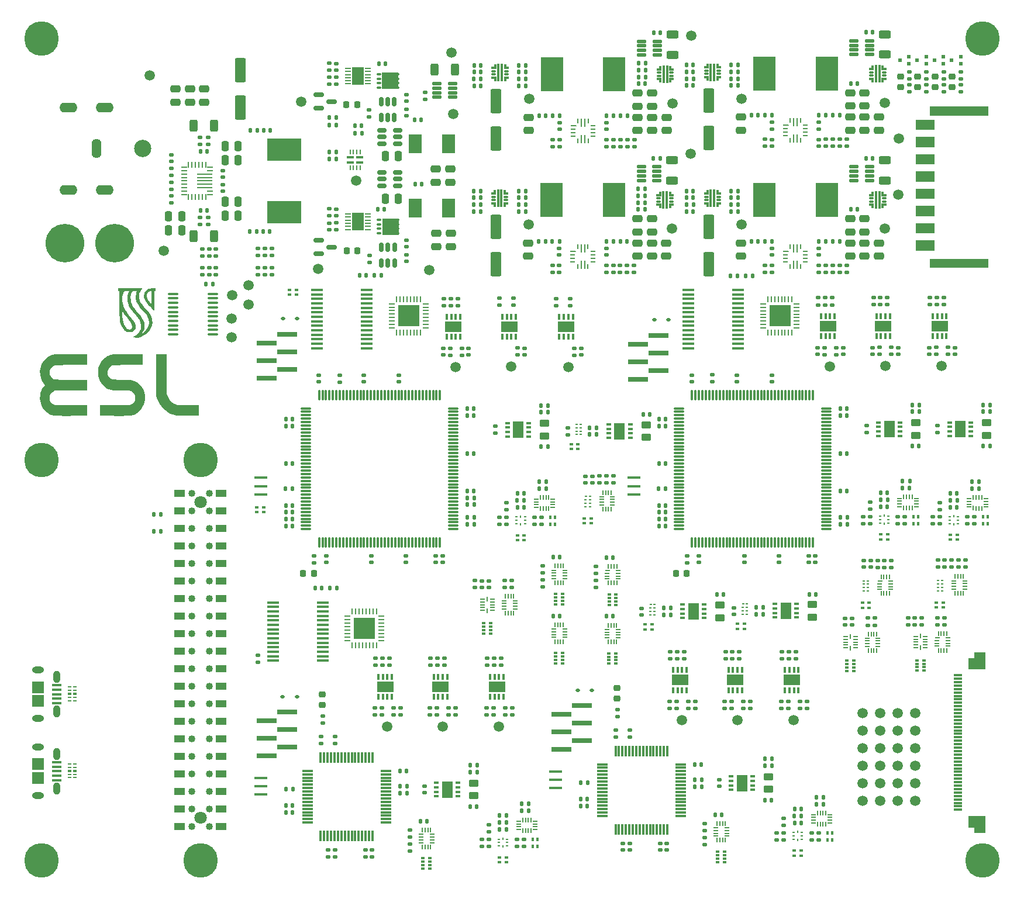
<source format=gbr>
%TF.GenerationSoftware,KiCad,Pcbnew,7.0.8*%
%TF.CreationDate,2024-02-14T15:01:56+02:00*%
%TF.ProjectId,ESLGSU,45534c47-5355-42e6-9b69-6361645f7063,rev?*%
%TF.SameCoordinates,Original*%
%TF.FileFunction,Soldermask,Top*%
%TF.FilePolarity,Negative*%
%FSLAX46Y46*%
G04 Gerber Fmt 4.6, Leading zero omitted, Abs format (unit mm)*
G04 Created by KiCad (PCBNEW 7.0.8) date 2024-02-14 15:01:56*
%MOMM*%
%LPD*%
G01*
G04 APERTURE LIST*
G04 Aperture macros list*
%AMRoundRect*
0 Rectangle with rounded corners*
0 $1 Rounding radius*
0 $2 $3 $4 $5 $6 $7 $8 $9 X,Y pos of 4 corners*
0 Add a 4 corners polygon primitive as box body*
4,1,4,$2,$3,$4,$5,$6,$7,$8,$9,$2,$3,0*
0 Add four circle primitives for the rounded corners*
1,1,$1+$1,$2,$3*
1,1,$1+$1,$4,$5*
1,1,$1+$1,$6,$7*
1,1,$1+$1,$8,$9*
0 Add four rect primitives between the rounded corners*
20,1,$1+$1,$2,$3,$4,$5,0*
20,1,$1+$1,$4,$5,$6,$7,0*
20,1,$1+$1,$6,$7,$8,$9,0*
20,1,$1+$1,$8,$9,$2,$3,0*%
%AMOutline5P*
0 Free polygon, 5 corners , with rotation*
0 The origin of the aperture is its center*
0 number of corners: always 5*
0 $1 to $10 corner X, Y*
0 $11 Rotation angle, in degrees counterclockwise*
0 create outline with 5 corners*
4,1,5,$1,$2,$3,$4,$5,$6,$7,$8,$9,$10,$1,$2,$11*%
%AMOutline6P*
0 Free polygon, 6 corners , with rotation*
0 The origin of the aperture is its center*
0 number of corners: always 6*
0 $1 to $12 corner X, Y*
0 $13 Rotation angle, in degrees counterclockwise*
0 create outline with 6 corners*
4,1,6,$1,$2,$3,$4,$5,$6,$7,$8,$9,$10,$11,$12,$1,$2,$13*%
%AMOutline7P*
0 Free polygon, 7 corners , with rotation*
0 The origin of the aperture is its center*
0 number of corners: always 7*
0 $1 to $14 corner X, Y*
0 $15 Rotation angle, in degrees counterclockwise*
0 create outline with 7 corners*
4,1,7,$1,$2,$3,$4,$5,$6,$7,$8,$9,$10,$11,$12,$13,$14,$1,$2,$15*%
%AMOutline8P*
0 Free polygon, 8 corners , with rotation*
0 The origin of the aperture is its center*
0 number of corners: always 8*
0 $1 to $16 corner X, Y*
0 $17 Rotation angle, in degrees counterclockwise*
0 create outline with 8 corners*
4,1,8,$1,$2,$3,$4,$5,$6,$7,$8,$9,$10,$11,$12,$13,$14,$15,$16,$1,$2,$17*%
G04 Aperture macros list end*
%ADD10C,0.010000*%
%ADD11RoundRect,0.140000X0.170000X-0.140000X0.170000X0.140000X-0.170000X0.140000X-0.170000X-0.140000X0*%
%ADD12RoundRect,0.140000X0.140000X0.170000X-0.140000X0.170000X-0.140000X-0.170000X0.140000X-0.170000X0*%
%ADD13RoundRect,0.050000X0.050000X-0.300000X0.050000X0.300000X-0.050000X0.300000X-0.050000X-0.300000X0*%
%ADD14RoundRect,0.050000X0.050000X-0.250000X0.050000X0.250000X-0.050000X0.250000X-0.050000X-0.250000X0*%
%ADD15RoundRect,0.050000X0.250000X0.050000X-0.250000X0.050000X-0.250000X-0.050000X0.250000X-0.050000X0*%
%ADD16RoundRect,0.050000X-0.250000X-0.050000X0.250000X-0.050000X0.250000X0.050000X-0.250000X0.050000X0*%
%ADD17RoundRect,0.050000X-0.050000X0.250000X-0.050000X-0.250000X0.050000X-0.250000X0.050000X0.250000X0*%
%ADD18RoundRect,0.140000X-0.170000X0.140000X-0.170000X-0.140000X0.170000X-0.140000X0.170000X0.140000X0*%
%ADD19R,0.400000X0.250000*%
%ADD20R,0.250000X0.450000*%
%ADD21R,0.650000X0.350000*%
%ADD22R,1.550000X2.400000*%
%ADD23R,3.000000X0.650000*%
%ADD24RoundRect,0.050000X-0.300000X-0.050000X0.300000X-0.050000X0.300000X0.050000X-0.300000X0.050000X0*%
%ADD25RoundRect,0.075000X-0.662500X-0.075000X0.662500X-0.075000X0.662500X0.075000X-0.662500X0.075000X0*%
%ADD26RoundRect,0.075000X-0.075000X-0.662500X0.075000X-0.662500X0.075000X0.662500X-0.075000X0.662500X0*%
%ADD27RoundRect,0.135000X-0.185000X0.135000X-0.185000X-0.135000X0.185000X-0.135000X0.185000X0.135000X0*%
%ADD28RoundRect,0.250000X0.475000X-0.250000X0.475000X0.250000X-0.475000X0.250000X-0.475000X-0.250000X0*%
%ADD29RoundRect,0.135000X0.185000X-0.135000X0.185000X0.135000X-0.185000X0.135000X-0.185000X-0.135000X0*%
%ADD30RoundRect,0.140000X-0.140000X-0.170000X0.140000X-0.170000X0.140000X0.170000X-0.140000X0.170000X0*%
%ADD31RoundRect,0.135000X-0.135000X-0.185000X0.135000X-0.185000X0.135000X0.185000X-0.135000X0.185000X0*%
%ADD32R,0.600000X0.500000*%
%ADD33C,1.500000*%
%ADD34RoundRect,0.050000X-0.125000X-0.050000X0.125000X-0.050000X0.125000X0.050000X-0.125000X0.050000X0*%
%ADD35RoundRect,0.050000X-0.100000X-0.050000X0.100000X-0.050000X0.100000X0.050000X-0.100000X0.050000X0*%
%ADD36RoundRect,0.135000X0.135000X0.185000X-0.135000X0.185000X-0.135000X-0.185000X0.135000X-0.185000X0*%
%ADD37RoundRect,0.250000X-0.475000X0.250000X-0.475000X-0.250000X0.475000X-0.250000X0.475000X0.250000X0*%
%ADD38R,0.500000X0.400000*%
%ADD39R,1.900000X0.400000*%
%ADD40C,5.000000*%
%ADD41RoundRect,0.100000X-0.637500X-0.100000X0.637500X-0.100000X0.637500X0.100000X-0.637500X0.100000X0*%
%ADD42R,0.500000X0.320000*%
%ADD43R,3.175000X4.950000*%
%ADD44RoundRect,0.250000X-0.250000X-0.475000X0.250000X-0.475000X0.250000X0.475000X-0.250000X0.475000X0*%
%ADD45RoundRect,0.250000X-0.312500X-0.625000X0.312500X-0.625000X0.312500X0.625000X-0.312500X0.625000X0*%
%ADD46Outline5P,-0.400000X0.125000X0.275000X0.125000X0.400000X0.000000X0.400000X-0.125000X-0.400000X-0.125000X0.000000*%
%ADD47R,0.700000X0.250000*%
%ADD48R,0.250000X0.700000*%
%ADD49R,0.250000X1.200000*%
%ADD50R,0.400000X0.500000*%
%ADD51RoundRect,0.112500X-0.187500X-0.112500X0.187500X-0.112500X0.187500X0.112500X-0.187500X0.112500X0*%
%ADD52RoundRect,0.125000X0.537500X0.125000X-0.537500X0.125000X-0.537500X-0.125000X0.537500X-0.125000X0*%
%ADD53RoundRect,0.062500X0.062500X-0.375000X0.062500X0.375000X-0.062500X0.375000X-0.062500X-0.375000X0*%
%ADD54RoundRect,0.062500X0.375000X-0.062500X0.375000X0.062500X-0.375000X0.062500X-0.375000X-0.062500X0*%
%ADD55R,3.100000X3.100000*%
%ADD56R,1.750000X0.450000*%
%ADD57RoundRect,0.150000X-0.587500X-0.150000X0.587500X-0.150000X0.587500X0.150000X-0.587500X0.150000X0*%
%ADD58RoundRect,0.087500X-0.087500X0.337500X-0.087500X-0.337500X0.087500X-0.337500X0.087500X0.337500X0*%
%ADD59R,2.400000X1.650000*%
%ADD60RoundRect,0.250000X-0.450000X0.262500X-0.450000X-0.262500X0.450000X-0.262500X0.450000X0.262500X0*%
%ADD61RoundRect,0.250000X-0.550000X1.500000X-0.550000X-1.500000X0.550000X-1.500000X0.550000X1.500000X0*%
%ADD62RoundRect,0.218750X-0.256250X0.218750X-0.256250X-0.218750X0.256250X-0.218750X0.256250X0.218750X0*%
%ADD63RoundRect,0.050000X0.300000X0.050000X-0.300000X0.050000X-0.300000X-0.050000X0.300000X-0.050000X0*%
%ADD64RoundRect,0.097500X-0.227500X-0.097500X0.227500X-0.097500X0.227500X0.097500X-0.227500X0.097500X0*%
%ADD65R,2.340000X2.340000*%
%ADD66RoundRect,0.250000X0.625000X-0.312500X0.625000X0.312500X-0.625000X0.312500X-0.625000X-0.312500X0*%
%ADD67RoundRect,0.218750X-0.218750X-0.256250X0.218750X-0.256250X0.218750X0.256250X-0.218750X0.256250X0*%
%ADD68RoundRect,0.050000X0.350000X0.050000X-0.350000X0.050000X-0.350000X-0.050000X0.350000X-0.050000X0*%
%ADD69R,1.700000X2.500000*%
%ADD70RoundRect,0.150000X-0.512500X-0.150000X0.512500X-0.150000X0.512500X0.150000X-0.512500X0.150000X0*%
%ADD71RoundRect,0.125000X-0.537500X-0.125000X0.537500X-0.125000X0.537500X0.125000X-0.537500X0.125000X0*%
%ADD72C,1.020000*%
%ADD73C,1.800000*%
%ADD74R,1.580000X1.020000*%
%ADD75RoundRect,0.009843X0.290157X0.140157X-0.290157X0.140157X-0.290157X-0.140157X0.290157X-0.140157X0*%
%ADD76RoundRect,0.008202X0.116798X0.316798X-0.116798X0.316798X-0.116798X-0.316798X0.116798X-0.316798X0*%
%ADD77RoundRect,0.008202X0.291798X0.116798X-0.291798X0.116798X-0.291798X-0.116798X0.291798X-0.116798X0*%
%ADD78RoundRect,0.009843X0.140157X1.190157X-0.140157X1.190157X-0.140157X-1.190157X0.140157X-1.190157X0*%
%ADD79R,1.903000X2.790000*%
%ADD80R,0.500000X0.250000*%
%ADD81R,0.500000X0.450000*%
%ADD82R,1.350000X0.400000*%
%ADD83O,1.004000X1.804000*%
%ADD84O,1.704000X0.954000*%
%ADD85RoundRect,0.102000X-0.775000X0.750000X-0.775000X-0.750000X0.775000X-0.750000X0.775000X0.750000X0*%
%ADD86RoundRect,0.075000X-0.700000X-0.075000X0.700000X-0.075000X0.700000X0.075000X-0.700000X0.075000X0*%
%ADD87RoundRect,0.075000X-0.075000X-0.700000X0.075000X-0.700000X0.075000X0.700000X-0.075000X0.700000X0*%
%ADD88RoundRect,0.250000X-0.625000X0.312500X-0.625000X-0.312500X0.625000X-0.312500X0.625000X0.312500X0*%
%ADD89R,0.900000X0.250000*%
%ADD90R,0.250000X0.900000*%
%ADD91R,2.300000X0.250000*%
%ADD92R,1.200000X0.300000*%
%ADD93RoundRect,0.250000X0.250000X0.475000X-0.250000X0.475000X-0.250000X-0.475000X0.250000X-0.475000X0*%
%ADD94RoundRect,0.009843X-0.290157X-0.140157X0.290157X-0.140157X0.290157X0.140157X-0.290157X0.140157X0*%
%ADD95RoundRect,0.008202X-0.116798X-0.316798X0.116798X-0.316798X0.116798X0.316798X-0.116798X0.316798X0*%
%ADD96RoundRect,0.008202X-0.291798X-0.116798X0.291798X-0.116798X0.291798X0.116798X-0.291798X0.116798X0*%
%ADD97RoundRect,0.009843X-0.140157X-1.190157X0.140157X-1.190157X0.140157X1.190157X-0.140157X1.190157X0*%
%ADD98RoundRect,0.150000X0.150000X-0.512500X0.150000X0.512500X-0.150000X0.512500X-0.150000X-0.512500X0*%
%ADD99R,4.950000X3.175000*%
%ADD100C,5.600000*%
%ADD101C,2.500000*%
%ADD102O,1.400000X2.800000*%
%ADD103O,2.600000X1.400000*%
%ADD104RoundRect,0.100000X-0.425000X-0.100000X0.425000X-0.100000X0.425000X0.100000X-0.425000X0.100000X0*%
%ADD105RoundRect,0.050000X-0.050000X-0.250000X0.050000X-0.250000X0.050000X0.250000X-0.050000X0.250000X0*%
G04 APERTURE END LIST*
%TO.C,J10*%
D10*
X216976200Y-70101200D02*
X208623800Y-70101200D01*
X208623800Y-68848800D01*
X216976200Y-68848800D01*
X216976200Y-70101200D01*
G36*
X216976200Y-70101200D02*
G01*
X208623800Y-70101200D01*
X208623800Y-68848800D01*
X216976200Y-68848800D01*
X216976200Y-70101200D01*
G37*
X209196200Y-67601200D02*
X206543800Y-67601200D01*
X206543800Y-66208800D01*
X209196200Y-66208800D01*
X209196200Y-67601200D01*
G36*
X209196200Y-67601200D02*
G01*
X206543800Y-67601200D01*
X206543800Y-66208800D01*
X209196200Y-66208800D01*
X209196200Y-67601200D01*
G37*
X209196200Y-65101200D02*
X206543800Y-65101200D01*
X206543800Y-63708800D01*
X209196200Y-63708800D01*
X209196200Y-65101200D01*
G36*
X209196200Y-65101200D02*
G01*
X206543800Y-65101200D01*
X206543800Y-63708800D01*
X209196200Y-63708800D01*
X209196200Y-65101200D01*
G37*
X209196200Y-62601200D02*
X206543800Y-62601200D01*
X206543800Y-61208800D01*
X209196200Y-61208800D01*
X209196200Y-62601200D01*
G36*
X209196200Y-62601200D02*
G01*
X206543800Y-62601200D01*
X206543800Y-61208800D01*
X209196200Y-61208800D01*
X209196200Y-62601200D01*
G37*
X209196200Y-60101200D02*
X206543800Y-60101200D01*
X206543800Y-58708800D01*
X209196200Y-58708800D01*
X209196200Y-60101200D01*
G36*
X209196200Y-60101200D02*
G01*
X206543800Y-60101200D01*
X206543800Y-58708800D01*
X209196200Y-58708800D01*
X209196200Y-60101200D01*
G37*
X209196200Y-57601200D02*
X206543800Y-57601200D01*
X206543800Y-56208800D01*
X209196200Y-56208800D01*
X209196200Y-57601200D01*
G36*
X209196200Y-57601200D02*
G01*
X206543800Y-57601200D01*
X206543800Y-56208800D01*
X209196200Y-56208800D01*
X209196200Y-57601200D01*
G37*
X209196200Y-55101200D02*
X206543800Y-55101200D01*
X206543800Y-53708800D01*
X209196200Y-53708800D01*
X209196200Y-55101200D01*
G36*
X209196200Y-55101200D02*
G01*
X206543800Y-55101200D01*
X206543800Y-53708800D01*
X209196200Y-53708800D01*
X209196200Y-55101200D01*
G37*
X209196200Y-52601200D02*
X206543800Y-52601200D01*
X206543800Y-51208800D01*
X209196200Y-51208800D01*
X209196200Y-52601200D01*
G36*
X209196200Y-52601200D02*
G01*
X206543800Y-52601200D01*
X206543800Y-51208800D01*
X209196200Y-51208800D01*
X209196200Y-52601200D01*
G37*
X209196200Y-50101200D02*
X206543800Y-50101200D01*
X206543800Y-48708800D01*
X209196200Y-48708800D01*
X209196200Y-50101200D01*
G36*
X209196200Y-50101200D02*
G01*
X206543800Y-50101200D01*
X206543800Y-48708800D01*
X209196200Y-48708800D01*
X209196200Y-50101200D01*
G37*
X216976200Y-48061200D02*
X208623800Y-48061200D01*
X208623800Y-46808800D01*
X216976200Y-46808800D01*
X216976200Y-48061200D01*
G36*
X216976200Y-48061200D02*
G01*
X208623800Y-48061200D01*
X208623800Y-46808800D01*
X216976200Y-46808800D01*
X216976200Y-48061200D01*
G37*
%TO.C,G\u002A\u002A\u002A*%
G36*
X98108879Y-85579749D02*
G01*
X98115783Y-88467851D01*
X98184159Y-88652047D01*
X98326845Y-88973144D01*
X98501826Y-89255222D01*
X98708630Y-89497833D01*
X98946783Y-89700527D01*
X99215814Y-89862856D01*
X99515248Y-89984372D01*
X99620402Y-90015371D01*
X99665291Y-90026981D01*
X99709919Y-90036881D01*
X99758702Y-90045243D01*
X99816056Y-90052238D01*
X99886398Y-90058039D01*
X99974145Y-90062816D01*
X100083712Y-90066741D01*
X100219516Y-90069987D01*
X100385973Y-90072724D01*
X100587501Y-90075124D01*
X100828515Y-90077360D01*
X101113431Y-90079602D01*
X101309910Y-90081040D01*
X102795402Y-90091760D01*
X102795402Y-90854555D01*
X102795402Y-91617349D01*
X101271657Y-91614826D01*
X100904274Y-91613810D01*
X100585496Y-91612028D01*
X100312925Y-91609435D01*
X100084169Y-91605980D01*
X99896831Y-91601618D01*
X99748517Y-91596300D01*
X99636831Y-91589979D01*
X99559377Y-91582606D01*
X99543896Y-91580409D01*
X99244244Y-91517558D01*
X98935019Y-91423644D01*
X98633508Y-91305039D01*
X98356995Y-91168115D01*
X98243472Y-91101058D01*
X97901404Y-90857417D01*
X97590365Y-90576823D01*
X97313815Y-90263821D01*
X97075209Y-89922957D01*
X96878005Y-89558776D01*
X96725662Y-89175822D01*
X96689193Y-89057851D01*
X96668005Y-88983374D01*
X96649039Y-88912509D01*
X96632172Y-88842143D01*
X96617281Y-88769164D01*
X96604243Y-88690459D01*
X96592936Y-88602917D01*
X96583235Y-88503425D01*
X96575018Y-88388871D01*
X96568163Y-88256143D01*
X96562546Y-88102129D01*
X96558044Y-87923716D01*
X96554534Y-87717792D01*
X96551893Y-87481245D01*
X96549999Y-87210964D01*
X96548727Y-86903834D01*
X96547956Y-86556745D01*
X96547563Y-86166584D01*
X96547423Y-85730240D01*
X96547410Y-85470059D01*
X96547410Y-82691647D01*
X97324692Y-82691647D01*
X98101975Y-82691647D01*
X98108879Y-85579749D01*
G37*
G36*
X86550623Y-83468294D02*
G01*
X86550623Y-84246216D01*
X84247725Y-84253118D01*
X81944828Y-84260020D01*
X81752595Y-84355036D01*
X81551928Y-84480032D01*
X81388658Y-84639116D01*
X81260069Y-84835055D01*
X81238171Y-84879124D01*
X81201063Y-84961414D01*
X81177354Y-85029852D01*
X81164078Y-85100489D01*
X81158266Y-85189375D01*
X81156949Y-85312561D01*
X81156948Y-85318353D01*
X81158162Y-85443345D01*
X81163738Y-85533209D01*
X81176576Y-85603800D01*
X81199579Y-85670974D01*
X81235645Y-85750585D01*
X81236268Y-85751888D01*
X81350639Y-85946373D01*
X81491513Y-86101706D01*
X81666828Y-86226238D01*
X81709012Y-86249390D01*
X81793932Y-86292241D01*
X81864890Y-86321369D01*
X81937013Y-86340462D01*
X82025429Y-86353209D01*
X82145265Y-86363300D01*
X82188316Y-86366274D01*
X82260694Y-86369447D01*
X82379479Y-86372506D01*
X82540072Y-86375407D01*
X82737877Y-86378108D01*
X82968295Y-86380567D01*
X83226730Y-86382741D01*
X83508583Y-86384588D01*
X83809257Y-86386065D01*
X84124155Y-86387129D01*
X84448679Y-86387739D01*
X84516838Y-86387805D01*
X86550623Y-86389438D01*
X86550623Y-87166851D01*
X86550623Y-87944264D01*
X84249067Y-87951038D01*
X81947510Y-87957811D01*
X81776052Y-88039035D01*
X81566612Y-88163383D01*
X81397783Y-88317504D01*
X81271130Y-88498773D01*
X81188220Y-88704567D01*
X81150618Y-88932261D01*
X81150945Y-89086534D01*
X81189459Y-89313868D01*
X81273683Y-89521288D01*
X81400784Y-89704540D01*
X81567929Y-89859366D01*
X81733925Y-89962662D01*
X81791701Y-89991680D01*
X81841740Y-90013341D01*
X81893086Y-90029068D01*
X81954784Y-90040283D01*
X82035879Y-90048412D01*
X82145416Y-90054876D01*
X82292439Y-90061099D01*
X82381044Y-90064498D01*
X82489047Y-90067634D01*
X82642501Y-90070664D01*
X82835854Y-90073538D01*
X83063553Y-90076208D01*
X83320046Y-90078625D01*
X83599779Y-90080739D01*
X83897201Y-90082501D01*
X84206759Y-90083862D01*
X84522900Y-90084773D01*
X84708103Y-90085078D01*
X86550623Y-90087229D01*
X86550623Y-90852007D01*
X86550623Y-91616785D01*
X84376577Y-91623442D01*
X84041959Y-91624264D01*
X83717671Y-91624667D01*
X83407948Y-91624670D01*
X83117026Y-91624290D01*
X82849143Y-91623545D01*
X82608533Y-91622452D01*
X82399434Y-91621030D01*
X82226082Y-91619295D01*
X82092713Y-91617265D01*
X82003563Y-91614959D01*
X81973012Y-91613446D01*
X81717330Y-91575313D01*
X81449478Y-91499757D01*
X81185471Y-91391863D01*
X81043406Y-91318160D01*
X80808241Y-91161142D01*
X80580722Y-90963034D01*
X80369586Y-90733739D01*
X80183571Y-90483160D01*
X80031413Y-90221199D01*
X79981706Y-90114800D01*
X79863010Y-89778502D01*
X79788456Y-89423739D01*
X79758664Y-89058639D01*
X79774252Y-88691325D01*
X79835840Y-88329925D01*
X79843437Y-88298858D01*
X79899663Y-88120157D01*
X79981459Y-87919963D01*
X80080630Y-87715013D01*
X80188982Y-87522043D01*
X80298321Y-87357789D01*
X80314906Y-87335878D01*
X80459750Y-87148412D01*
X80384707Y-87068574D01*
X80223081Y-86865941D01*
X80079007Y-86624565D01*
X79956821Y-86354964D01*
X79860859Y-86067656D01*
X79795458Y-85773159D01*
X79771180Y-85580418D01*
X79762340Y-85205589D01*
X79799205Y-84843442D01*
X79879559Y-84497363D01*
X80001187Y-84170735D01*
X80161872Y-83866941D01*
X80359398Y-83589365D01*
X80591549Y-83341391D01*
X80856109Y-83126403D01*
X81150863Y-82947784D01*
X81473594Y-82808918D01*
X81615984Y-82763540D01*
X81820000Y-82704920D01*
X84185312Y-82697646D01*
X86550623Y-82690373D01*
X86550623Y-83468294D01*
G37*
G36*
X94609257Y-83468368D02*
G01*
X94609257Y-84245090D01*
X92473464Y-84252555D01*
X90337671Y-84260020D01*
X90168762Y-84340051D01*
X89969399Y-84459991D01*
X89806277Y-84609964D01*
X89680513Y-84783804D01*
X89593224Y-84975345D01*
X89545528Y-85178420D01*
X89538542Y-85386865D01*
X89573385Y-85594512D01*
X89651173Y-85795196D01*
X89773025Y-85982751D01*
X89854583Y-86073455D01*
X89959490Y-86160298D01*
X90091369Y-86244015D01*
X90229030Y-86312462D01*
X90337671Y-86350307D01*
X90377917Y-86354522D01*
X90463881Y-86359214D01*
X90590279Y-86364229D01*
X90751828Y-86369413D01*
X90943245Y-86374610D01*
X91159248Y-86379667D01*
X91394553Y-86384430D01*
X91643878Y-86388743D01*
X91663775Y-86389057D01*
X91950433Y-86393639D01*
X92190977Y-86397823D01*
X92390296Y-86401862D01*
X92553277Y-86406013D01*
X92684806Y-86410530D01*
X92789771Y-86415668D01*
X92873059Y-86421681D01*
X92939557Y-86428826D01*
X92994152Y-86437357D01*
X93041732Y-86447530D01*
X93087183Y-86459598D01*
X93102923Y-86464150D01*
X93441206Y-86589058D01*
X93753512Y-86756553D01*
X94036672Y-86963747D01*
X94287518Y-87207750D01*
X94502881Y-87485675D01*
X94679590Y-87794633D01*
X94757236Y-87971865D01*
X94867398Y-88312338D01*
X94932250Y-88654812D01*
X94953847Y-88995617D01*
X94934245Y-89331085D01*
X94875502Y-89657546D01*
X94779673Y-89971330D01*
X94648813Y-90268768D01*
X94484980Y-90546191D01*
X94290229Y-90799929D01*
X94066617Y-91026313D01*
X93816199Y-91221672D01*
X93541032Y-91382339D01*
X93243171Y-91504643D01*
X92924673Y-91584915D01*
X92717554Y-91611982D01*
X92658421Y-91614775D01*
X92552694Y-91617270D01*
X92404780Y-91619445D01*
X92219088Y-91621277D01*
X92000025Y-91622741D01*
X91751999Y-91623816D01*
X91479420Y-91624479D01*
X91186695Y-91624706D01*
X90878233Y-91624474D01*
X90558441Y-91623761D01*
X90497059Y-91623570D01*
X88488775Y-91617040D01*
X88488775Y-90852135D01*
X88488775Y-90087229D01*
X90395050Y-90086117D01*
X90795747Y-90085749D01*
X91148840Y-90085039D01*
X91457731Y-90083831D01*
X91725819Y-90081970D01*
X91956506Y-90079303D01*
X92153191Y-90075675D01*
X92319275Y-90070930D01*
X92458159Y-90064914D01*
X92573243Y-90057472D01*
X92667927Y-90048450D01*
X92745612Y-90037693D01*
X92809699Y-90025046D01*
X92863588Y-90010354D01*
X92910679Y-89993463D01*
X92954373Y-89974219D01*
X92964803Y-89969197D01*
X93145142Y-89855204D01*
X93305203Y-89703379D01*
X93432617Y-89526279D01*
X93468606Y-89457713D01*
X93505272Y-89376887D01*
X93529053Y-89310147D01*
X93542703Y-89242248D01*
X93548971Y-89157950D01*
X93550610Y-89042009D01*
X93550616Y-89003394D01*
X93549483Y-88876436D01*
X93544588Y-88785482D01*
X93533194Y-88715539D01*
X93512560Y-88651618D01*
X93479949Y-88578727D01*
X93468839Y-88555778D01*
X93376753Y-88405518D01*
X93253666Y-88258386D01*
X93116840Y-88134011D01*
X93065829Y-88097453D01*
X92999454Y-88061952D01*
X92907475Y-88022637D01*
X92836868Y-87997175D01*
X92798003Y-87985398D01*
X92756193Y-87975524D01*
X92706567Y-87967333D01*
X92644254Y-87960608D01*
X92564381Y-87955130D01*
X92462077Y-87950682D01*
X92332471Y-87947043D01*
X92170690Y-87943997D01*
X91971865Y-87941325D01*
X91731122Y-87938808D01*
X91485261Y-87936588D01*
X91189745Y-87933895D01*
X90939855Y-87931016D01*
X90730218Y-87927423D01*
X90555457Y-87922593D01*
X90410197Y-87915999D01*
X90289063Y-87907118D01*
X90186679Y-87895423D01*
X90097669Y-87880389D01*
X90016658Y-87861492D01*
X89938271Y-87838205D01*
X89857132Y-87810005D01*
X89767865Y-87776365D01*
X89741528Y-87766226D01*
X89490457Y-87646840D01*
X89241181Y-87486127D01*
X89004586Y-87292949D01*
X88791559Y-87076165D01*
X88617599Y-86851504D01*
X88476073Y-86611472D01*
X88351536Y-86340481D01*
X88252729Y-86057904D01*
X88240845Y-86016354D01*
X88215436Y-85921172D01*
X88197097Y-85839265D01*
X88184732Y-85759195D01*
X88177247Y-85669526D01*
X88173545Y-85558823D01*
X88172531Y-85415647D01*
X88172772Y-85305602D01*
X88174437Y-85126637D01*
X88178464Y-84987987D01*
X88185743Y-84878982D01*
X88197167Y-84788956D01*
X88213627Y-84707240D01*
X88227177Y-84654516D01*
X88351492Y-84285032D01*
X88512119Y-83950360D01*
X88708495Y-83651223D01*
X88940055Y-83388346D01*
X89206234Y-83162450D01*
X89506469Y-82974260D01*
X89559745Y-82946629D01*
X89644198Y-82904458D01*
X89722498Y-82867219D01*
X89798247Y-82834606D01*
X89875047Y-82806311D01*
X89956499Y-82782027D01*
X90046206Y-82761449D01*
X90147770Y-82744268D01*
X90264793Y-82730177D01*
X90400877Y-82718870D01*
X90559623Y-82710040D01*
X90744635Y-82703380D01*
X90959513Y-82698583D01*
X91207860Y-82695341D01*
X91493277Y-82693348D01*
X91819368Y-82692297D01*
X92189733Y-82691881D01*
X92549970Y-82691797D01*
X94609257Y-82691647D01*
X94609257Y-83468368D01*
G37*
%TO.C,J9*%
X216582500Y-151980000D02*
X214982500Y-151980000D01*
X214982500Y-151180000D01*
X214182500Y-151180000D01*
X214182500Y-149580000D01*
X216582500Y-149580000D01*
X216582500Y-151980000D01*
G36*
X216582500Y-151980000D02*
G01*
X214982500Y-151980000D01*
X214982500Y-151180000D01*
X214182500Y-151180000D01*
X214182500Y-149580000D01*
X216582500Y-149580000D01*
X216582500Y-151980000D01*
G37*
X216582500Y-128280000D02*
X214182500Y-128280000D01*
X214182500Y-126680000D01*
X214982500Y-126680000D01*
X214982500Y-125880000D01*
X216582500Y-125880000D01*
X216582500Y-128280000D01*
G36*
X216582500Y-128280000D02*
G01*
X214182500Y-128280000D01*
X214182500Y-126680000D01*
X214982500Y-126680000D01*
X214982500Y-125880000D01*
X216582500Y-125880000D01*
X216582500Y-128280000D01*
G37*
%TO.C,G\u002A\u002A\u002A*%
G36*
X96472586Y-73321222D02*
G01*
X96468424Y-73448334D01*
X96450667Y-73512525D01*
X96411405Y-73534093D01*
X96389171Y-73535336D01*
X96366907Y-73537540D01*
X96349003Y-73549616D01*
X96334986Y-73579756D01*
X96324378Y-73636157D01*
X96316707Y-73727011D01*
X96311496Y-73860514D01*
X96308270Y-74044860D01*
X96306555Y-74288244D01*
X96305875Y-74598859D01*
X96305755Y-74974253D01*
X96304729Y-75317551D01*
X96301804Y-75630026D01*
X96297215Y-75902559D01*
X96291193Y-76126031D01*
X96283973Y-76291322D01*
X96275786Y-76389314D01*
X96268998Y-76413169D01*
X96224186Y-76382576D01*
X96152613Y-76305042D01*
X96114452Y-76256765D01*
X96037133Y-76162146D01*
X95919138Y-76027254D01*
X95777885Y-75871679D01*
X95660176Y-75745845D01*
X95397579Y-75460489D01*
X95193436Y-75216168D01*
X95041382Y-75001419D01*
X94935050Y-74804778D01*
X94868073Y-74614779D01*
X94834085Y-74419958D01*
X94826371Y-74244368D01*
X94826744Y-74239528D01*
X95226116Y-74239528D01*
X95256056Y-74417558D01*
X95289100Y-74524437D01*
X95345270Y-74655629D01*
X95429299Y-74811538D01*
X95529707Y-74975161D01*
X95635015Y-75129493D01*
X95733746Y-75257533D01*
X95814420Y-75342275D01*
X95858211Y-75367465D01*
X95867089Y-75328668D01*
X95874005Y-75218390D01*
X95878683Y-75048546D01*
X95880849Y-74831053D01*
X95880227Y-74577827D01*
X95879064Y-74463333D01*
X95867824Y-73556190D01*
X95743994Y-73565293D01*
X95569390Y-73619008D01*
X95417678Y-73751502D01*
X95315197Y-73911558D01*
X95245369Y-74081669D01*
X95226116Y-74239528D01*
X94826744Y-74239528D01*
X94846487Y-73983624D01*
X94913314Y-73771025D01*
X95038530Y-73579012D01*
X95165686Y-73443530D01*
X95319975Y-73315400D01*
X95485660Y-73226269D01*
X95683318Y-73168913D01*
X95933528Y-73136111D01*
X96065936Y-73127578D01*
X96472586Y-73107107D01*
X96472586Y-73321222D01*
G37*
G36*
X93164362Y-73118892D02*
G01*
X93507156Y-73120699D01*
X93814818Y-73123543D01*
X94078424Y-73127285D01*
X94289054Y-73131788D01*
X94437786Y-73136915D01*
X94515697Y-73142528D01*
X94525109Y-73144948D01*
X94517029Y-73189781D01*
X94466961Y-73274841D01*
X94423321Y-73333852D01*
X94257780Y-73606210D01*
X94150267Y-73921388D01*
X94104224Y-74259128D01*
X94123091Y-74599174D01*
X94172053Y-74812688D01*
X94238057Y-74995839D01*
X94325288Y-75174673D01*
X94442095Y-75361388D01*
X94596828Y-75568180D01*
X94797833Y-75807247D01*
X95027854Y-76062969D01*
X95304708Y-76372558D01*
X95524985Y-76639977D01*
X95695709Y-76877027D01*
X95823903Y-77095511D01*
X95916592Y-77307230D01*
X95980799Y-77523986D01*
X96019437Y-77729061D01*
X96038409Y-78127553D01*
X95977779Y-78512969D01*
X95841056Y-78879322D01*
X95631752Y-79220626D01*
X95353377Y-79530894D01*
X95009442Y-79804141D01*
X94693506Y-79989986D01*
X94441320Y-80111496D01*
X94204238Y-80211510D01*
X93997780Y-80284348D01*
X93837462Y-80324332D01*
X93764441Y-80329965D01*
X93687326Y-80317141D01*
X93565527Y-80288795D01*
X93497380Y-80270824D01*
X93376194Y-80234167D01*
X93291580Y-80202364D01*
X93270769Y-80190443D01*
X93271219Y-80145524D01*
X93349635Y-80093232D01*
X93480336Y-80043452D01*
X93635444Y-79965283D01*
X93808746Y-79832824D01*
X93979774Y-79665703D01*
X94128063Y-79483548D01*
X94219354Y-79334720D01*
X94345330Y-79028615D01*
X94406195Y-78731119D01*
X94400183Y-78434813D01*
X94325529Y-78132276D01*
X94180467Y-77816092D01*
X93963230Y-77478840D01*
X93697659Y-77143054D01*
X93412046Y-76802771D01*
X93177908Y-76512903D01*
X92988837Y-76263797D01*
X92838431Y-76045801D01*
X92720284Y-75849262D01*
X92627990Y-75664525D01*
X92555146Y-75481939D01*
X92515789Y-75361801D01*
X92430724Y-74977357D01*
X92402999Y-74587030D01*
X92413426Y-74450508D01*
X92878797Y-74450508D01*
X92894308Y-74819016D01*
X92972688Y-75181350D01*
X93025740Y-75330121D01*
X93114689Y-75531386D01*
X93218123Y-75724179D01*
X93345698Y-75922765D01*
X93507073Y-76141410D01*
X93711906Y-76394377D01*
X93880830Y-76593148D01*
X94166268Y-76933310D01*
X94395716Y-77227320D01*
X94575608Y-77484356D01*
X94712377Y-77713596D01*
X94810506Y-77919486D01*
X94858114Y-78054862D01*
X94887243Y-78197492D01*
X94901909Y-78374374D01*
X94905942Y-78561116D01*
X94896147Y-78841366D01*
X94857435Y-79064572D01*
X94781746Y-79254454D01*
X94661019Y-79434734D01*
X94574731Y-79535926D01*
X94484741Y-79643067D01*
X94458085Y-79696106D01*
X94495306Y-79695846D01*
X94596943Y-79643094D01*
X94632396Y-79621850D01*
X94905698Y-79413187D01*
X95139311Y-79151789D01*
X95325788Y-78852935D01*
X95457684Y-78531902D01*
X95527555Y-78203965D01*
X95527955Y-77884404D01*
X95516396Y-77807982D01*
X95469610Y-77605111D01*
X95403066Y-77413822D01*
X95309677Y-77222838D01*
X95182356Y-77020883D01*
X95014018Y-76796681D01*
X94797576Y-76538956D01*
X94535031Y-76246338D01*
X94242810Y-75909995D01*
X94015479Y-75607766D01*
X93846733Y-75330298D01*
X93730264Y-75068242D01*
X93719307Y-75036814D01*
X93677121Y-74898742D01*
X93651831Y-74771626D01*
X93640814Y-74629275D01*
X93641449Y-74445499D01*
X93646231Y-74306929D01*
X93664119Y-74041498D01*
X93693072Y-73832583D01*
X93731254Y-73693363D01*
X93731945Y-73691740D01*
X93799036Y-73535336D01*
X93475171Y-73535336D01*
X93151306Y-73535336D01*
X93035844Y-73776911D01*
X92926020Y-74096312D01*
X92878797Y-74450508D01*
X92413426Y-74450508D01*
X92431776Y-74210233D01*
X92516213Y-73866382D01*
X92587832Y-73694780D01*
X92666718Y-73535336D01*
X92344753Y-73535336D01*
X92158409Y-73540355D01*
X92032436Y-73565300D01*
X91943946Y-73625002D01*
X91870051Y-73734290D01*
X91795285Y-73891376D01*
X91750317Y-74010343D01*
X91719616Y-74143808D01*
X91699673Y-74313750D01*
X91686979Y-74542146D01*
X91685652Y-74578029D01*
X91687496Y-74956741D01*
X91724640Y-75304447D01*
X91802167Y-75633230D01*
X91925161Y-75955175D01*
X92098705Y-76282365D01*
X92327882Y-76626885D01*
X92617777Y-77000817D01*
X92792381Y-77208771D01*
X93042029Y-77505981D01*
X93237918Y-77755295D01*
X93385860Y-77967207D01*
X93491670Y-78152207D01*
X93561162Y-78320789D01*
X93600148Y-78483444D01*
X93614443Y-78650666D01*
X93614845Y-78693101D01*
X93607325Y-78856515D01*
X93578518Y-78975990D01*
X93517298Y-79090382D01*
X93489164Y-79132090D01*
X93312757Y-79316296D01*
X93089046Y-79439215D01*
X92830704Y-79497534D01*
X92550404Y-79487938D01*
X92333553Y-79434235D01*
X92124198Y-79322813D01*
X91921074Y-79138787D01*
X91731886Y-78892958D01*
X91564337Y-78596125D01*
X91426132Y-78259089D01*
X91372832Y-78087464D01*
X91352734Y-78012186D01*
X91335813Y-77937021D01*
X91321733Y-77854127D01*
X91310159Y-77755660D01*
X91300759Y-77633780D01*
X91293196Y-77480644D01*
X91287136Y-77288410D01*
X91282246Y-77049236D01*
X91278191Y-76755280D01*
X91278107Y-76746831D01*
X91677722Y-76746831D01*
X91694620Y-77215607D01*
X91747087Y-77647490D01*
X91832493Y-78035882D01*
X91948211Y-78374182D01*
X92091611Y-78655791D01*
X92260062Y-78874108D01*
X92450938Y-79022535D01*
X92608978Y-79084439D01*
X92702345Y-79107116D01*
X92750738Y-79119642D01*
X92751512Y-79119901D01*
X92793639Y-79108332D01*
X92882308Y-79074343D01*
X92902272Y-79066095D01*
X93035049Y-78970799D01*
X93103053Y-78823826D01*
X93105706Y-78626761D01*
X93091167Y-78546593D01*
X93061682Y-78436844D01*
X93019426Y-78327461D01*
X92957617Y-78207486D01*
X92869470Y-78065964D01*
X92748202Y-77891936D01*
X92587030Y-77674445D01*
X92398072Y-77427062D01*
X92239549Y-77218323D01*
X92088734Y-77014420D01*
X91957496Y-76831792D01*
X91857705Y-76686873D01*
X91813155Y-76617067D01*
X91679011Y-76392315D01*
X91677722Y-76746831D01*
X91278107Y-76746831D01*
X91274636Y-76398699D01*
X91271246Y-75971652D01*
X91268970Y-75652003D01*
X91265587Y-75177782D01*
X91262392Y-74780222D01*
X91259081Y-74452571D01*
X91255348Y-74188074D01*
X91250888Y-73979980D01*
X91245395Y-73821535D01*
X91238565Y-73705986D01*
X91230091Y-73626581D01*
X91219669Y-73576567D01*
X91206994Y-73549190D01*
X91191759Y-73537697D01*
X91173660Y-73535337D01*
X91173271Y-73535336D01*
X91124577Y-73523599D01*
X91100301Y-73474864D01*
X91092565Y-73368848D01*
X91092290Y-73326798D01*
X91092290Y-73118259D01*
X92795356Y-73118259D01*
X93164362Y-73118892D01*
G37*
%TD*%
D11*
%TO.C,C208*%
X158127249Y-82810000D03*
X158127249Y-81850000D03*
%TD*%
D12*
%TO.C,C228*%
X116310000Y-106590000D03*
X115350000Y-106590000D03*
%TD*%
D13*
%TO.C,U40*%
X149649749Y-151685600D03*
D14*
X150049749Y-151735600D03*
X150449749Y-151735600D03*
X150849749Y-151735600D03*
D15*
X151449749Y-151535600D03*
X151449749Y-151135600D03*
D16*
X151449749Y-150735600D03*
D15*
X151449749Y-150335600D03*
D14*
X150849749Y-150135600D03*
X150449749Y-150135600D03*
X150049749Y-150135600D03*
D17*
X149649749Y-150135600D03*
D15*
X149049749Y-150335600D03*
X149049749Y-150735600D03*
X149049749Y-151135600D03*
D16*
X149049749Y-151535600D03*
%TD*%
D18*
%TO.C,C162*%
X210745000Y-112525000D03*
X210745000Y-113485000D03*
%TD*%
D19*
%TO.C,U42*%
X146190349Y-152924800D03*
X146190349Y-153424800D03*
X146190349Y-153924800D03*
D20*
X146795349Y-153999800D03*
D19*
X147400349Y-153924800D03*
X147400349Y-153424800D03*
X147400349Y-152924800D03*
D20*
X146795349Y-152849800D03*
%TD*%
D21*
%TO.C,U51*%
X172800000Y-118955000D03*
X172800000Y-119605000D03*
X172800000Y-120255000D03*
X172800000Y-120905000D03*
X175900000Y-120905000D03*
X175900000Y-120255000D03*
X175900000Y-119605000D03*
X175900000Y-118955000D03*
D22*
X174350000Y-119930000D03*
%TD*%
D23*
%TO.C,J3*%
X158231564Y-133595600D03*
X155231564Y-134865600D03*
X158231564Y-136135600D03*
X155231564Y-137405600D03*
X158231564Y-138675600D03*
X155231564Y-139945600D03*
%TD*%
D24*
%TO.C,U88*%
X146980000Y-118380000D03*
D16*
X146930000Y-118780000D03*
X146930000Y-119180000D03*
X146930000Y-119580000D03*
D14*
X147130000Y-120180000D03*
X147530000Y-120180000D03*
D17*
X147930000Y-120180000D03*
D14*
X148330000Y-120180000D03*
D16*
X148530000Y-119580000D03*
X148530000Y-119180000D03*
X148530000Y-118780000D03*
D15*
X148530000Y-118380000D03*
D14*
X148330000Y-117780000D03*
X147930000Y-117780000D03*
X147530000Y-117780000D03*
D17*
X147130000Y-117780000D03*
%TD*%
D25*
%TO.C,U85*%
X118257500Y-90530000D03*
X118257500Y-91030000D03*
X118257500Y-91530000D03*
X118257500Y-92030000D03*
X118257500Y-92530000D03*
X118257500Y-93030000D03*
X118257500Y-93530000D03*
X118257500Y-94030000D03*
X118257500Y-94530000D03*
X118257500Y-95030000D03*
X118257500Y-95530000D03*
X118257500Y-96030000D03*
X118257500Y-96530000D03*
X118257500Y-97030000D03*
X118257500Y-97530000D03*
X118257500Y-98030000D03*
X118257500Y-98530000D03*
X118257500Y-99030000D03*
X118257500Y-99530000D03*
X118257500Y-100030000D03*
X118257500Y-100530000D03*
X118257500Y-101030000D03*
X118257500Y-101530000D03*
X118257500Y-102030000D03*
X118257500Y-102530000D03*
X118257500Y-103030000D03*
X118257500Y-103530000D03*
X118257500Y-104030000D03*
X118257500Y-104530000D03*
X118257500Y-105030000D03*
X118257500Y-105530000D03*
X118257500Y-106030000D03*
X118257500Y-106530000D03*
X118257500Y-107030000D03*
X118257500Y-107530000D03*
X118257500Y-108030000D03*
D26*
X120170000Y-109942500D03*
X120670000Y-109942500D03*
X121170000Y-109942500D03*
X121670000Y-109942500D03*
X122170000Y-109942500D03*
X122670000Y-109942500D03*
X123170000Y-109942500D03*
X123670000Y-109942500D03*
X124170000Y-109942500D03*
X124670000Y-109942500D03*
X125170000Y-109942500D03*
X125670000Y-109942500D03*
X126170000Y-109942500D03*
X126670000Y-109942500D03*
X127170000Y-109942500D03*
X127670000Y-109942500D03*
X128170000Y-109942500D03*
X128670000Y-109942500D03*
X129170000Y-109942500D03*
X129670000Y-109942500D03*
X130170000Y-109942500D03*
X130670000Y-109942500D03*
X131170000Y-109942500D03*
X131670000Y-109942500D03*
X132170000Y-109942500D03*
X132670000Y-109942500D03*
X133170000Y-109942500D03*
X133670000Y-109942500D03*
X134170000Y-109942500D03*
X134670000Y-109942500D03*
X135170000Y-109942500D03*
X135670000Y-109942500D03*
X136170000Y-109942500D03*
X136670000Y-109942500D03*
X137170000Y-109942500D03*
X137670000Y-109942500D03*
D25*
X139582500Y-108030000D03*
X139582500Y-107530000D03*
X139582500Y-107030000D03*
X139582500Y-106530000D03*
X139582500Y-106030000D03*
X139582500Y-105530000D03*
X139582500Y-105030000D03*
X139582500Y-104530000D03*
X139582500Y-104030000D03*
X139582500Y-103530000D03*
X139582500Y-103030000D03*
X139582500Y-102530000D03*
X139582500Y-102030000D03*
X139582500Y-101530000D03*
X139582500Y-101030000D03*
X139582500Y-100530000D03*
X139582500Y-100030000D03*
X139582500Y-99530000D03*
X139582500Y-99030000D03*
X139582500Y-98530000D03*
X139582500Y-98030000D03*
X139582500Y-97530000D03*
X139582500Y-97030000D03*
X139582500Y-96530000D03*
X139582500Y-96030000D03*
X139582500Y-95530000D03*
X139582500Y-95030000D03*
X139582500Y-94530000D03*
X139582500Y-94030000D03*
X139582500Y-93530000D03*
X139582500Y-93030000D03*
X139582500Y-92530000D03*
X139582500Y-92030000D03*
X139582500Y-91530000D03*
X139582500Y-91030000D03*
X139582500Y-90530000D03*
D26*
X137670000Y-88617500D03*
X137170000Y-88617500D03*
X136670000Y-88617500D03*
X136170000Y-88617500D03*
X135670000Y-88617500D03*
X135170000Y-88617500D03*
X134670000Y-88617500D03*
X134170000Y-88617500D03*
X133670000Y-88617500D03*
X133170000Y-88617500D03*
X132670000Y-88617500D03*
X132170000Y-88617500D03*
X131670000Y-88617500D03*
X131170000Y-88617500D03*
X130670000Y-88617500D03*
X130170000Y-88617500D03*
X129670000Y-88617500D03*
X129170000Y-88617500D03*
X128670000Y-88617500D03*
X128170000Y-88617500D03*
X127670000Y-88617500D03*
X127170000Y-88617500D03*
X126670000Y-88617500D03*
X126170000Y-88617500D03*
X125670000Y-88617500D03*
X125170000Y-88617500D03*
X124670000Y-88617500D03*
X124170000Y-88617500D03*
X123670000Y-88617500D03*
X123170000Y-88617500D03*
X122670000Y-88617500D03*
X122170000Y-88617500D03*
X121670000Y-88617500D03*
X121170000Y-88617500D03*
X120670000Y-88617500D03*
X120170000Y-88617500D03*
%TD*%
D27*
%TO.C,R193*%
X208987000Y-106260400D03*
X208987000Y-107280400D03*
%TD*%
D28*
%TO.C,C101*%
X199145000Y-64980000D03*
X199145000Y-63080000D03*
%TD*%
D27*
%TO.C,R209*%
X201020000Y-112545000D03*
X201020000Y-113565000D03*
%TD*%
D18*
%TO.C,C207*%
X144730000Y-115500000D03*
X144730000Y-116460000D03*
%TD*%
D29*
%TO.C,R3*%
X121620000Y-41580000D03*
X121620000Y-40560000D03*
%TD*%
D30*
%TO.C,C155*%
X161775000Y-112130000D03*
X162735000Y-112130000D03*
%TD*%
D31*
%TO.C,R37*%
X149085000Y-43830000D03*
X150105000Y-43830000D03*
%TD*%
%TO.C,R237*%
X159347500Y-94330000D03*
X160367500Y-94330000D03*
%TD*%
D32*
%TO.C,Q5*%
X210545000Y-40630000D03*
X210545000Y-39630000D03*
X209245000Y-40130000D03*
%TD*%
D18*
%TO.C,C185*%
X191030000Y-111910000D03*
X191030000Y-112870000D03*
%TD*%
D31*
%TO.C,R177*%
X183410000Y-120355000D03*
X184430000Y-120355000D03*
%TD*%
D33*
%TO.C,TP24*%
X188881564Y-135685600D03*
%TD*%
D18*
%TO.C,C128*%
X135419749Y-145250600D03*
X135419749Y-146210600D03*
%TD*%
D34*
%TO.C,U49*%
X168175000Y-118930000D03*
D35*
X168150000Y-119430000D03*
X168150000Y-119930000D03*
X168150000Y-120430000D03*
X168750000Y-120430000D03*
X168750000Y-119930000D03*
X168750000Y-119430000D03*
X168750000Y-118930000D03*
%TD*%
D36*
%TO.C,R236*%
X153300000Y-91100000D03*
X152280000Y-91100000D03*
%TD*%
D37*
%TO.C,C44*%
X168395000Y-48380000D03*
X168395000Y-50280000D03*
%TD*%
D30*
%TO.C,C199*%
X154050000Y-112080000D03*
X155010000Y-112080000D03*
%TD*%
D12*
%TO.C,C1*%
X104772500Y-72505000D03*
X103812500Y-72505000D03*
%TD*%
D27*
%TO.C,R129*%
X173006564Y-125775600D03*
X173006564Y-126795600D03*
%TD*%
D38*
%TO.C,RN1*%
X112120000Y-105570000D03*
X112120000Y-104870000D03*
X111120000Y-104870000D03*
X111120000Y-105570000D03*
%TD*%
D25*
%TO.C,U64*%
X172257500Y-90530000D03*
X172257500Y-91030000D03*
X172257500Y-91530000D03*
X172257500Y-92030000D03*
X172257500Y-92530000D03*
X172257500Y-93030000D03*
X172257500Y-93530000D03*
X172257500Y-94030000D03*
X172257500Y-94530000D03*
X172257500Y-95030000D03*
X172257500Y-95530000D03*
X172257500Y-96030000D03*
X172257500Y-96530000D03*
X172257500Y-97030000D03*
X172257500Y-97530000D03*
X172257500Y-98030000D03*
X172257500Y-98530000D03*
X172257500Y-99030000D03*
X172257500Y-99530000D03*
X172257500Y-100030000D03*
X172257500Y-100530000D03*
X172257500Y-101030000D03*
X172257500Y-101530000D03*
X172257500Y-102030000D03*
X172257500Y-102530000D03*
X172257500Y-103030000D03*
X172257500Y-103530000D03*
X172257500Y-104030000D03*
X172257500Y-104530000D03*
X172257500Y-105030000D03*
X172257500Y-105530000D03*
X172257500Y-106030000D03*
X172257500Y-106530000D03*
X172257500Y-107030000D03*
X172257500Y-107530000D03*
X172257500Y-108030000D03*
D26*
X174170000Y-109942500D03*
X174670000Y-109942500D03*
X175170000Y-109942500D03*
X175670000Y-109942500D03*
X176170000Y-109942500D03*
X176670000Y-109942500D03*
X177170000Y-109942500D03*
X177670000Y-109942500D03*
X178170000Y-109942500D03*
X178670000Y-109942500D03*
X179170000Y-109942500D03*
X179670000Y-109942500D03*
X180170000Y-109942500D03*
X180670000Y-109942500D03*
X181170000Y-109942500D03*
X181670000Y-109942500D03*
X182170000Y-109942500D03*
X182670000Y-109942500D03*
X183170000Y-109942500D03*
X183670000Y-109942500D03*
X184170000Y-109942500D03*
X184670000Y-109942500D03*
X185170000Y-109942500D03*
X185670000Y-109942500D03*
X186170000Y-109942500D03*
X186670000Y-109942500D03*
X187170000Y-109942500D03*
X187670000Y-109942500D03*
X188170000Y-109942500D03*
X188670000Y-109942500D03*
X189170000Y-109942500D03*
X189670000Y-109942500D03*
X190170000Y-109942500D03*
X190670000Y-109942500D03*
X191170000Y-109942500D03*
X191670000Y-109942500D03*
D25*
X193582500Y-108030000D03*
X193582500Y-107530000D03*
X193582500Y-107030000D03*
X193582500Y-106530000D03*
X193582500Y-106030000D03*
X193582500Y-105530000D03*
X193582500Y-105030000D03*
X193582500Y-104530000D03*
X193582500Y-104030000D03*
X193582500Y-103530000D03*
X193582500Y-103030000D03*
X193582500Y-102530000D03*
X193582500Y-102030000D03*
X193582500Y-101530000D03*
X193582500Y-101030000D03*
X193582500Y-100530000D03*
X193582500Y-100030000D03*
X193582500Y-99530000D03*
X193582500Y-99030000D03*
X193582500Y-98530000D03*
X193582500Y-98030000D03*
X193582500Y-97530000D03*
X193582500Y-97030000D03*
X193582500Y-96530000D03*
X193582500Y-96030000D03*
X193582500Y-95530000D03*
X193582500Y-95030000D03*
X193582500Y-94530000D03*
X193582500Y-94030000D03*
X193582500Y-93530000D03*
X193582500Y-93030000D03*
X193582500Y-92530000D03*
X193582500Y-92030000D03*
X193582500Y-91530000D03*
X193582500Y-91030000D03*
X193582500Y-90530000D03*
D26*
X191670000Y-88617500D03*
X191170000Y-88617500D03*
X190670000Y-88617500D03*
X190170000Y-88617500D03*
X189670000Y-88617500D03*
X189170000Y-88617500D03*
X188670000Y-88617500D03*
X188170000Y-88617500D03*
X187670000Y-88617500D03*
X187170000Y-88617500D03*
X186670000Y-88617500D03*
X186170000Y-88617500D03*
X185670000Y-88617500D03*
X185170000Y-88617500D03*
X184670000Y-88617500D03*
X184170000Y-88617500D03*
X183670000Y-88617500D03*
X183170000Y-88617500D03*
X182670000Y-88617500D03*
X182170000Y-88617500D03*
X181670000Y-88617500D03*
X181170000Y-88617500D03*
X180670000Y-88617500D03*
X180170000Y-88617500D03*
X179670000Y-88617500D03*
X179170000Y-88617500D03*
X178670000Y-88617500D03*
X178170000Y-88617500D03*
X177670000Y-88617500D03*
X177170000Y-88617500D03*
X176670000Y-88617500D03*
X176170000Y-88617500D03*
X175670000Y-88617500D03*
X175170000Y-88617500D03*
X174670000Y-88617500D03*
X174170000Y-88617500D03*
%TD*%
D18*
%TO.C,C195*%
X145690000Y-93120000D03*
X145690000Y-94080000D03*
%TD*%
D33*
%TO.C,TP27*%
X146199749Y-136635600D03*
%TD*%
D27*
%TO.C,R278*%
X102895000Y-51270000D03*
X102895000Y-52290000D03*
%TD*%
D12*
%TO.C,C201*%
X149840300Y-102850400D03*
X148880300Y-102850400D03*
%TD*%
%TO.C,C17*%
X103975000Y-61880000D03*
X103015000Y-61880000D03*
%TD*%
D29*
%TO.C,R26*%
X205595000Y-42790000D03*
X205595000Y-41770000D03*
%TD*%
%TO.C,R261*%
X139127249Y-82840000D03*
X139127249Y-81820000D03*
%TD*%
D18*
%TO.C,C120*%
X165131564Y-153555600D03*
X165131564Y-154515600D03*
%TD*%
D36*
%TO.C,R240*%
X153066700Y-102190000D03*
X152046700Y-102190000D03*
%TD*%
D27*
%TO.C,R248*%
X152357500Y-106304800D03*
X152357500Y-107324800D03*
%TD*%
D29*
%TO.C,R7*%
X104095000Y-63890000D03*
X104095000Y-62870000D03*
%TD*%
%TO.C,R224*%
X211220000Y-82715000D03*
X211220000Y-81695000D03*
%TD*%
D39*
%TO.C,Y3*%
X165730000Y-100590000D03*
X165730000Y-101790000D03*
X165730000Y-102990000D03*
%TD*%
D21*
%TO.C,U77*%
X162107500Y-92855000D03*
X162107500Y-93505000D03*
X162107500Y-94155000D03*
X162107500Y-94805000D03*
X165207500Y-94805000D03*
X165207500Y-94155000D03*
X165207500Y-93505000D03*
X165207500Y-92855000D03*
D22*
X163657500Y-93830000D03*
%TD*%
D36*
%TO.C,R80*%
X174355000Y-42780000D03*
X173335000Y-42780000D03*
%TD*%
%TO.C,R141*%
X143029749Y-143230600D03*
X142009749Y-143230600D03*
%TD*%
D40*
%TO.C,H2*%
X216200000Y-37000000D03*
%TD*%
D27*
%TO.C,R206*%
X203020000Y-112545000D03*
X203020000Y-113565000D03*
%TD*%
D30*
%TO.C,C196*%
X154037964Y-120608407D03*
X154997964Y-120608407D03*
%TD*%
D27*
%TO.C,R17*%
X98745000Y-59760000D03*
X98745000Y-60780000D03*
%TD*%
D18*
%TO.C,C176*%
X175180000Y-111910000D03*
X175180000Y-112870000D03*
%TD*%
D41*
%TO.C,U1*%
X99067500Y-73955000D03*
X99067500Y-74605000D03*
X99067500Y-75255000D03*
X99067500Y-75905000D03*
X99067500Y-76555000D03*
X99067500Y-77205000D03*
X99067500Y-77855000D03*
X99067500Y-78505000D03*
X99067500Y-79155000D03*
X99067500Y-79805000D03*
X104792500Y-79805000D03*
X104792500Y-79155000D03*
X104792500Y-78505000D03*
X104792500Y-77855000D03*
X104792500Y-77205000D03*
X104792500Y-76555000D03*
X104792500Y-75905000D03*
X104792500Y-75255000D03*
X104792500Y-74605000D03*
X104792500Y-73955000D03*
%TD*%
D30*
%TO.C,C72*%
X182765000Y-48080000D03*
X183725000Y-48080000D03*
%TD*%
D36*
%TO.C,R239*%
X160367500Y-93330000D03*
X159347500Y-93330000D03*
%TD*%
D11*
%TO.C,C113*%
X178906564Y-133965600D03*
X178906564Y-133005600D03*
%TD*%
D36*
%TO.C,R204*%
X196640000Y-107290000D03*
X195620000Y-107290000D03*
%TD*%
D18*
%TO.C,C57*%
X154945000Y-67350000D03*
X154945000Y-68310000D03*
%TD*%
D42*
%TO.C,RN7*%
X136204549Y-157180800D03*
X136204549Y-156680800D03*
X136204549Y-156180800D03*
X136204549Y-155680800D03*
X135204549Y-155680800D03*
X135204549Y-156180800D03*
X135204549Y-156680800D03*
X135204549Y-157180800D03*
%TD*%
D30*
%TO.C,C229*%
X141630000Y-90590000D03*
X142590000Y-90590000D03*
%TD*%
D12*
%TO.C,C189*%
X170310000Y-93090000D03*
X169350000Y-93090000D03*
%TD*%
D29*
%TO.C,R173*%
X160255000Y-116440000D03*
X160255000Y-115420000D03*
%TD*%
D27*
%TO.C,R101*%
X112345000Y-70170000D03*
X112345000Y-71190000D03*
%TD*%
D31*
%TO.C,R138*%
X142009749Y-142230600D03*
X143029749Y-142230600D03*
%TD*%
D29*
%TO.C,R39*%
X162795000Y-52640000D03*
X162795000Y-51620000D03*
%TD*%
D30*
%TO.C,C20*%
X128665000Y-61717500D03*
X129625000Y-61717500D03*
%TD*%
D36*
%TO.C,R28*%
X150105000Y-40830000D03*
X149085000Y-40830000D03*
%TD*%
D37*
%TO.C,C28*%
X139182500Y-55880000D03*
X139182500Y-57780000D03*
%TD*%
D27*
%TO.C,R156*%
X149792549Y-152967600D03*
X149792549Y-153987600D03*
%TD*%
D11*
%TO.C,C107*%
X192545000Y-70810000D03*
X192545000Y-69850000D03*
%TD*%
D29*
%TO.C,R235*%
X152530000Y-116390000D03*
X152530000Y-115370000D03*
%TD*%
D27*
%TO.C,R192*%
X210003000Y-106262400D03*
X210003000Y-107282400D03*
%TD*%
D11*
%TO.C,C118*%
X174606564Y-133965600D03*
X174606564Y-133005600D03*
%TD*%
D29*
%TO.C,R227*%
X201320000Y-82715000D03*
X201320000Y-81695000D03*
%TD*%
D38*
%TO.C,RN16*%
X210545000Y-119355000D03*
X210545000Y-118655000D03*
X209545000Y-118655000D03*
X209545000Y-119355000D03*
%TD*%
D12*
%TO.C,C70*%
X167325000Y-61730000D03*
X166365000Y-61730000D03*
%TD*%
D37*
%TO.C,C29*%
X137082500Y-55880000D03*
X137082500Y-57780000D03*
%TD*%
D33*
%TO.C,TP28*%
X138024749Y-136635600D03*
%TD*%
D36*
%TO.C,R104*%
X159041564Y-144735600D03*
X158021564Y-144735600D03*
%TD*%
D29*
%TO.C,R2*%
X122620000Y-43590000D03*
X122620000Y-42570000D03*
%TD*%
D12*
%TO.C,C125*%
X159011564Y-148135600D03*
X158051564Y-148135600D03*
%TD*%
D36*
%TO.C,R59*%
X143555000Y-61030000D03*
X142535000Y-61030000D03*
%TD*%
D12*
%TO.C,C114*%
X189957164Y-148563200D03*
X188997164Y-148563200D03*
%TD*%
D43*
%TO.C,L7*%
X184637500Y-60330000D03*
X193652500Y-60330000D03*
%TD*%
D27*
%TO.C,R140*%
X146499749Y-126725600D03*
X146499749Y-127745600D03*
%TD*%
D29*
%TO.C,R127*%
X175986364Y-151690800D03*
X175986364Y-150670800D03*
%TD*%
D12*
%TO.C,C160*%
X212515000Y-104840000D03*
X211555000Y-104840000D03*
%TD*%
D44*
%TO.C,C19*%
X106545000Y-54580000D03*
X108445000Y-54580000D03*
%TD*%
D33*
%TO.C,TP16*%
X171245000Y-64530000D03*
%TD*%
D45*
%TO.C,R9*%
X102032500Y-49580000D03*
X104957500Y-49580000D03*
%TD*%
D36*
%TO.C,R19*%
X122665000Y-48420000D03*
X121645000Y-48420000D03*
%TD*%
D27*
%TO.C,R84*%
X213095000Y-43670000D03*
X213095000Y-44690000D03*
%TD*%
D46*
%TO.C,U16*%
X156995000Y-49580000D03*
D47*
X156945000Y-50080000D03*
X156945000Y-50580000D03*
X156945000Y-51080000D03*
D48*
X157645000Y-51780000D03*
D49*
X158145000Y-51530000D03*
X158645000Y-51530000D03*
D48*
X159145000Y-51780000D03*
D47*
X159845000Y-51080000D03*
X159845000Y-50580000D03*
X159845000Y-50080000D03*
X159845000Y-49580000D03*
D48*
X159145000Y-48880000D03*
D49*
X158645000Y-49130000D03*
X158145000Y-49130000D03*
D48*
X157645000Y-48880000D03*
%TD*%
D18*
%TO.C,C126*%
X164131564Y-153555600D03*
X164131564Y-154515600D03*
%TD*%
D21*
%TO.C,U37*%
X137149749Y-144785600D03*
X137149749Y-145435600D03*
X137149749Y-146085600D03*
X137149749Y-146735600D03*
X140249749Y-146735600D03*
X140249749Y-146085600D03*
X140249749Y-145435600D03*
X140249749Y-144785600D03*
D22*
X138699749Y-145760600D03*
%TD*%
D42*
%TO.C,RN4*%
X178886364Y-156230800D03*
X178886364Y-155730800D03*
X178886364Y-155230800D03*
X178886364Y-154730800D03*
X177886364Y-154730800D03*
X177886364Y-155230800D03*
X177886364Y-155730800D03*
X177886364Y-156230800D03*
%TD*%
%TO.C,RN19*%
X197595000Y-128555000D03*
X197595000Y-128055000D03*
X197595000Y-127555000D03*
X197595000Y-127055000D03*
X196595000Y-127055000D03*
X196595000Y-127555000D03*
X196595000Y-128055000D03*
X196595000Y-128555000D03*
%TD*%
D27*
%TO.C,R98*%
X104245000Y-70170000D03*
X104245000Y-71190000D03*
%TD*%
D12*
%TO.C,C211*%
X116310000Y-107590000D03*
X115350000Y-107590000D03*
%TD*%
%TO.C,C226*%
X116310000Y-98490000D03*
X115350000Y-98490000D03*
%TD*%
%TO.C,C115*%
X189957164Y-150595200D03*
X188997164Y-150595200D03*
%TD*%
D29*
%TO.C,R146*%
X147099749Y-134945600D03*
X147099749Y-133925600D03*
%TD*%
D19*
%TO.C,U34*%
X188872164Y-151974800D03*
X188872164Y-152474800D03*
X188872164Y-152974800D03*
D20*
X189477164Y-153049800D03*
D19*
X190082164Y-152974800D03*
X190082164Y-152474800D03*
X190082164Y-151974800D03*
D20*
X189477164Y-151899800D03*
%TD*%
D11*
%TO.C,C232*%
X106245000Y-59060000D03*
X106245000Y-58100000D03*
%TD*%
D29*
%TO.C,R133*%
X173606564Y-133995600D03*
X173606564Y-132975600D03*
%TD*%
D36*
%TO.C,R108*%
X185711564Y-142280600D03*
X184691564Y-142280600D03*
%TD*%
D33*
%TO.C,TP32*%
X202120000Y-84405000D03*
%TD*%
%TO.C,TP14*%
X174045000Y-36580000D03*
%TD*%
D36*
%TO.C,R175*%
X217310000Y-91020000D03*
X216290000Y-91020000D03*
%TD*%
D27*
%TO.C,R155*%
X148776549Y-152967600D03*
X148776549Y-153987600D03*
%TD*%
D37*
%TO.C,C98*%
X199145000Y-66580000D03*
X199145000Y-68480000D03*
%TD*%
D29*
%TO.C,R154*%
X137224749Y-134945600D03*
X137224749Y-133925600D03*
%TD*%
D19*
%TO.C,U82*%
X148755300Y-106262000D03*
X148755300Y-106762000D03*
X148755300Y-107262000D03*
D20*
X149360300Y-107337000D03*
D19*
X149965300Y-107262000D03*
X149965300Y-106762000D03*
X149965300Y-106262000D03*
D20*
X149360300Y-106187000D03*
%TD*%
D11*
%TO.C,C131*%
X139924749Y-134915600D03*
X139924749Y-133955600D03*
%TD*%
D50*
%TO.C,RN13*%
X206933600Y-106221200D03*
X206233600Y-106221200D03*
X206233600Y-107221200D03*
X206933600Y-107221200D03*
%TD*%
D12*
%TO.C,C192*%
X170310000Y-106590000D03*
X169350000Y-106590000D03*
%TD*%
D18*
%TO.C,C39*%
X154995000Y-49150000D03*
X154995000Y-50110000D03*
%TD*%
D27*
%TO.C,R150*%
X138324749Y-126725600D03*
X138324749Y-127745600D03*
%TD*%
D51*
%TO.C,D11*%
X168670000Y-77680000D03*
X170770000Y-77680000D03*
%TD*%
D12*
%TO.C,C233*%
X103975000Y-53280000D03*
X103015000Y-53280000D03*
%TD*%
D36*
%TO.C,R48*%
X167355000Y-60730000D03*
X166335000Y-60730000D03*
%TD*%
D33*
%TO.C,TP21*%
X181345000Y-63930000D03*
%TD*%
D24*
%TO.C,U63*%
X201370000Y-115555000D03*
D16*
X201320000Y-115955000D03*
X201320000Y-116355000D03*
X201320000Y-116755000D03*
D14*
X201520000Y-117355000D03*
X201920000Y-117355000D03*
D17*
X202320000Y-117355000D03*
D14*
X202720000Y-117355000D03*
D16*
X202920000Y-116755000D03*
X202920000Y-116355000D03*
X202920000Y-115955000D03*
D15*
X202920000Y-115555000D03*
D14*
X202720000Y-114955000D03*
X202320000Y-114955000D03*
X201920000Y-114955000D03*
D17*
X201520000Y-114955000D03*
%TD*%
D52*
%TO.C,U17*%
X169082500Y-57505000D03*
X169082500Y-56855000D03*
X169082500Y-56205000D03*
X169082500Y-55555000D03*
X166807500Y-55555000D03*
X166807500Y-56205000D03*
X166807500Y-56855000D03*
X166807500Y-57505000D03*
%TD*%
D18*
%TO.C,C135*%
X126849749Y-154505600D03*
X126849749Y-155465600D03*
%TD*%
D36*
%TO.C,R73*%
X180855000Y-41780000D03*
X179835000Y-41780000D03*
%TD*%
D53*
%TO.C,U79*%
X131377500Y-79567500D03*
X131877500Y-79567500D03*
X132377500Y-79567500D03*
X132877500Y-79567500D03*
X133377500Y-79567500D03*
X133877500Y-79567500D03*
X134377500Y-79567500D03*
X134877500Y-79567500D03*
D54*
X135565000Y-78880000D03*
X135565000Y-78380000D03*
X135565000Y-77880000D03*
X135565000Y-77380000D03*
X135565000Y-76880000D03*
X135565000Y-76380000D03*
X135565000Y-75880000D03*
X135565000Y-75380000D03*
D53*
X134877500Y-74692500D03*
X134377500Y-74692500D03*
X133877500Y-74692500D03*
X133377500Y-74692500D03*
X132877500Y-74692500D03*
X132377500Y-74692500D03*
X131877500Y-74692500D03*
X131377500Y-74692500D03*
D54*
X130690000Y-75380000D03*
X130690000Y-75880000D03*
X130690000Y-76380000D03*
X130690000Y-76880000D03*
X130690000Y-77380000D03*
X130690000Y-77880000D03*
X130690000Y-78380000D03*
X130690000Y-78880000D03*
D55*
X133127500Y-77130000D03*
%TD*%
D36*
%TO.C,R88*%
X180855000Y-60030000D03*
X179835000Y-60030000D03*
%TD*%
D18*
%TO.C,C177*%
X181730000Y-111910000D03*
X181730000Y-112870000D03*
%TD*%
D39*
%TO.C,Y4*%
X111730000Y-100590000D03*
X111730000Y-101790000D03*
X111730000Y-102990000D03*
%TD*%
D29*
%TO.C,R68*%
X210595000Y-42790000D03*
X210595000Y-41770000D03*
%TD*%
D18*
%TO.C,C147*%
X199430000Y-93045000D03*
X199430000Y-94005000D03*
%TD*%
D11*
%TO.C,C96*%
X185745000Y-70810000D03*
X185745000Y-69850000D03*
%TD*%
D13*
%TO.C,U32*%
X192331564Y-150735600D03*
D14*
X192731564Y-150785600D03*
X193131564Y-150785600D03*
X193531564Y-150785600D03*
D15*
X194131564Y-150585600D03*
X194131564Y-150185600D03*
D16*
X194131564Y-149785600D03*
D15*
X194131564Y-149385600D03*
D14*
X193531564Y-149185600D03*
X193131564Y-149185600D03*
X192731564Y-149185600D03*
D17*
X192331564Y-149185600D03*
D15*
X191731564Y-149385600D03*
X191731564Y-149785600D03*
X191731564Y-150185600D03*
D16*
X191731564Y-150585600D03*
%TD*%
D29*
%TO.C,R113*%
X189781564Y-133995600D03*
X189781564Y-132975600D03*
%TD*%
D56*
%TO.C,U48*%
X173629053Y-73380200D03*
X173629053Y-74030200D03*
X173629053Y-74680200D03*
X173629053Y-75330200D03*
X173629053Y-75980200D03*
X173629053Y-76630200D03*
X173629053Y-77280200D03*
X173629053Y-77930200D03*
X173629053Y-78580200D03*
X173629053Y-79230200D03*
X173629053Y-79880200D03*
X173629053Y-80530200D03*
X173629053Y-81180200D03*
X173629053Y-81830200D03*
X180829053Y-81830200D03*
X180829053Y-81180200D03*
X180829053Y-80530200D03*
X180829053Y-79880200D03*
X180829053Y-79230200D03*
X180829053Y-78580200D03*
X180829053Y-77930200D03*
X180829053Y-77280200D03*
X180829053Y-76630200D03*
X180829053Y-75980200D03*
X180829053Y-75330200D03*
X180829053Y-74680200D03*
X180829053Y-74030200D03*
X180829053Y-73380200D03*
%TD*%
D36*
%TO.C,R46*%
X150055000Y-59030000D03*
X149035000Y-59030000D03*
%TD*%
D24*
%TO.C,U62*%
X212095000Y-115505000D03*
D16*
X212045000Y-115905000D03*
X212045000Y-116305000D03*
X212045000Y-116705000D03*
D14*
X212245000Y-117305000D03*
X212645000Y-117305000D03*
D17*
X213045000Y-117305000D03*
D14*
X213445000Y-117305000D03*
D16*
X213645000Y-116705000D03*
X213645000Y-116305000D03*
X213645000Y-115905000D03*
D15*
X213645000Y-115505000D03*
D14*
X213445000Y-114905000D03*
X213045000Y-114905000D03*
X212645000Y-114905000D03*
D17*
X212245000Y-114905000D03*
%TD*%
D57*
%TO.C,Q2*%
X120107500Y-66217500D03*
X120107500Y-68117500D03*
X121982500Y-67167500D03*
%TD*%
D33*
%TO.C,TP19*%
X202045000Y-46280000D03*
%TD*%
D24*
%TO.C,U47*%
X161892964Y-122558407D03*
D16*
X161842964Y-122958407D03*
X161842964Y-123358407D03*
X161842964Y-123758407D03*
D14*
X162042964Y-124358407D03*
X162442964Y-124358407D03*
D17*
X162842964Y-124358407D03*
D14*
X163242964Y-124358407D03*
D16*
X163442964Y-123758407D03*
X163442964Y-123358407D03*
X163442964Y-122958407D03*
D15*
X163442964Y-122558407D03*
D14*
X163242964Y-121958407D03*
X162842964Y-121958407D03*
X162442964Y-121958407D03*
D17*
X162042964Y-121958407D03*
%TD*%
D44*
%TO.C,C15*%
X106545000Y-62630000D03*
X108445000Y-62630000D03*
%TD*%
D12*
%TO.C,C12*%
X113125000Y-50280000D03*
X112165000Y-50280000D03*
%TD*%
D30*
%TO.C,C182*%
X195630000Y-97090000D03*
X196590000Y-97090000D03*
%TD*%
D11*
%TO.C,C111*%
X187081564Y-133965600D03*
X187081564Y-133005600D03*
%TD*%
%TO.C,C220*%
X131730000Y-86690000D03*
X131730000Y-85730000D03*
%TD*%
D29*
%TO.C,R79*%
X184745000Y-52590000D03*
X184745000Y-51570000D03*
%TD*%
D12*
%TO.C,C104*%
X174325000Y-60030000D03*
X173365000Y-60030000D03*
%TD*%
D18*
%TO.C,C168*%
X197295000Y-120925000D03*
X197295000Y-121885000D03*
%TD*%
D52*
%TO.C,U21*%
X199882500Y-39255000D03*
X199882500Y-38605000D03*
X199882500Y-37955000D03*
X199882500Y-37305000D03*
X197607500Y-37305000D03*
X197607500Y-37955000D03*
X197607500Y-38605000D03*
X197607500Y-39255000D03*
%TD*%
D27*
%TO.C,R27*%
X205595000Y-43670000D03*
X205595000Y-44690000D03*
%TD*%
D18*
%TO.C,C150*%
X209700000Y-93040000D03*
X209700000Y-94000000D03*
%TD*%
D36*
%TO.C,R249*%
X116340000Y-102190000D03*
X115320000Y-102190000D03*
%TD*%
D12*
%TO.C,C49*%
X143575000Y-40830000D03*
X142615000Y-40830000D03*
%TD*%
D36*
%TO.C,R268*%
X142640000Y-103490000D03*
X141620000Y-103490000D03*
%TD*%
D39*
%TO.C,Y1*%
X154431564Y-143135600D03*
X154431564Y-144335600D03*
X154431564Y-145535600D03*
%TD*%
D36*
%TO.C,R54*%
X150055000Y-61030000D03*
X149035000Y-61030000D03*
%TD*%
D58*
%TO.C,U44*%
X130699749Y-129385600D03*
X130049749Y-129385600D03*
X129399749Y-129385600D03*
X128749749Y-129385600D03*
X128749749Y-132285600D03*
X129399749Y-132285600D03*
X130049749Y-132285600D03*
X130699749Y-132285600D03*
D59*
X129724749Y-130835600D03*
%TD*%
D36*
%TO.C,R267*%
X142640000Y-104480000D03*
X141620000Y-104480000D03*
%TD*%
%TO.C,R85*%
X180855000Y-59030000D03*
X179835000Y-59030000D03*
%TD*%
D11*
%TO.C,C89*%
X192545000Y-52560000D03*
X192545000Y-51600000D03*
%TD*%
D12*
%TO.C,C191*%
X170310000Y-104590000D03*
X169350000Y-104590000D03*
%TD*%
D60*
%TO.C,R168*%
X206530000Y-92612500D03*
X206530000Y-94437500D03*
%TD*%
D11*
%TO.C,C2*%
X121620000Y-43560000D03*
X121620000Y-42600000D03*
%TD*%
D29*
%TO.C,R213*%
X195020000Y-82740000D03*
X195020000Y-81720000D03*
%TD*%
%TO.C,R222*%
X209520000Y-82715000D03*
X209520000Y-81695000D03*
%TD*%
D37*
%TO.C,C45*%
X166295000Y-48380000D03*
X166295000Y-50280000D03*
%TD*%
D42*
%TO.C,RN22*%
X155430000Y-118930000D03*
X155430000Y-118430000D03*
X155430000Y-117930000D03*
X155430000Y-117430000D03*
X154430000Y-117430000D03*
X154430000Y-117930000D03*
X154430000Y-118430000D03*
X154430000Y-118930000D03*
%TD*%
D31*
%TO.C,R231*%
X96225000Y-108355000D03*
X97245000Y-108355000D03*
%TD*%
D12*
%TO.C,C194*%
X153270000Y-96100000D03*
X152310000Y-96100000D03*
%TD*%
D60*
%TO.C,R103*%
X185201564Y-143868100D03*
X185201564Y-145693100D03*
%TD*%
D27*
%TO.C,R191*%
X198912800Y-106211200D03*
X198912800Y-107231200D03*
%TD*%
D12*
%TO.C,C50*%
X143575000Y-41830000D03*
X142615000Y-41830000D03*
%TD*%
D18*
%TO.C,C171*%
X206420000Y-120900000D03*
X206420000Y-121860000D03*
%TD*%
D11*
%TO.C,C60*%
X154945000Y-70810000D03*
X154945000Y-69850000D03*
%TD*%
D18*
%TO.C,C66*%
X161745000Y-67350000D03*
X161745000Y-68310000D03*
%TD*%
D58*
%TO.C,U70*%
X210995000Y-77155000D03*
X210345000Y-77155000D03*
X209695000Y-77155000D03*
X209045000Y-77155000D03*
X209045000Y-80055000D03*
X209695000Y-80055000D03*
X210345000Y-80055000D03*
X210995000Y-80055000D03*
D59*
X210020000Y-78605000D03*
%TD*%
D18*
%TO.C,C164*%
X200020000Y-112575000D03*
X200020000Y-113535000D03*
%TD*%
%TO.C,C213*%
X127730000Y-111910000D03*
X127730000Y-112870000D03*
%TD*%
D11*
%TO.C,C130*%
X144399749Y-134915600D03*
X144399749Y-133955600D03*
%TD*%
D18*
%TO.C,C181*%
X192030000Y-111910000D03*
X192030000Y-112870000D03*
%TD*%
D58*
%TO.C,U86*%
X140602249Y-77280000D03*
X139952249Y-77280000D03*
X139302249Y-77280000D03*
X138652249Y-77280000D03*
X138652249Y-80180000D03*
X139302249Y-80180000D03*
X139952249Y-80180000D03*
X140602249Y-80180000D03*
D59*
X139627249Y-78730000D03*
%TD*%
D60*
%TO.C,R238*%
X167542500Y-92917500D03*
X167542500Y-94742500D03*
%TD*%
D36*
%TO.C,R50*%
X150055000Y-60030000D03*
X149035000Y-60030000D03*
%TD*%
D61*
%TO.C,C76*%
X176545000Y-45980000D03*
X176545000Y-51380000D03*
%TD*%
D62*
%TO.C,D6*%
X211845000Y-42442500D03*
X211845000Y-44017500D03*
%TD*%
D29*
%TO.C,R272*%
X111277364Y-127349800D03*
X111277364Y-126329800D03*
%TD*%
D36*
%TO.C,R118*%
X189987164Y-149579200D03*
X188967164Y-149579200D03*
%TD*%
D27*
%TO.C,R197*%
X215032200Y-106262400D03*
X215032200Y-107282400D03*
%TD*%
D30*
%TO.C,C148*%
X161762964Y-120658407D03*
X162722964Y-120658407D03*
%TD*%
D36*
%TO.C,R76*%
X180855000Y-42780000D03*
X179835000Y-42780000D03*
%TD*%
D31*
%TO.C,R56*%
X166335000Y-58730000D03*
X167355000Y-58730000D03*
%TD*%
D23*
%TO.C,J8*%
X115557500Y-79850000D03*
X112557500Y-81120000D03*
X115557500Y-82390000D03*
X112557500Y-83660000D03*
X115557500Y-84930000D03*
X112557500Y-86200000D03*
%TD*%
D62*
%TO.C,D8*%
X163331564Y-131006850D03*
X163331564Y-132581850D03*
%TD*%
D36*
%TO.C,R6*%
X111155000Y-64880000D03*
X110135000Y-64880000D03*
%TD*%
D37*
%TO.C,C8*%
X99345000Y-44280000D03*
X99345000Y-46180000D03*
%TD*%
D11*
%TO.C,C11*%
X132820000Y-48160000D03*
X132820000Y-47200000D03*
%TD*%
D30*
%TO.C,C142*%
X131869749Y-143085600D03*
X132829749Y-143085600D03*
%TD*%
D28*
%TO.C,C65*%
X168345000Y-64980000D03*
X168345000Y-63080000D03*
%TD*%
D12*
%TO.C,C52*%
X167375000Y-43530000D03*
X166415000Y-43530000D03*
%TD*%
D30*
%TO.C,C36*%
X152015000Y-48130000D03*
X152975000Y-48130000D03*
%TD*%
D27*
%TO.C,R246*%
X146312300Y-106302800D03*
X146312300Y-107322800D03*
%TD*%
D24*
%TO.C,U67*%
X196395000Y-123605000D03*
X196395000Y-124005000D03*
X196395000Y-124405000D03*
X196395000Y-124805000D03*
X196395000Y-125205000D03*
D13*
X197095000Y-125255000D03*
D63*
X197795000Y-125205000D03*
D24*
X197795000Y-124805000D03*
X197795000Y-124405000D03*
X197795000Y-124005000D03*
X197795000Y-123605000D03*
D13*
X197095000Y-123555000D03*
%TD*%
D18*
%TO.C,C180*%
X186730000Y-111910000D03*
X186730000Y-112870000D03*
%TD*%
%TO.C,C203*%
X158757500Y-100350000D03*
X158757500Y-101310000D03*
%TD*%
D58*
%TO.C,U90*%
X148652249Y-77255000D03*
X148002249Y-77255000D03*
X147352249Y-77255000D03*
X146702249Y-77255000D03*
X146702249Y-80155000D03*
X147352249Y-80155000D03*
X148002249Y-80155000D03*
X148652249Y-80155000D03*
D59*
X147677249Y-78705000D03*
%TD*%
D58*
%TO.C,U33*%
X181381564Y-128435600D03*
X180731564Y-128435600D03*
X180081564Y-128435600D03*
X179431564Y-128435600D03*
X179431564Y-131335600D03*
X180081564Y-131335600D03*
X180731564Y-131335600D03*
X181381564Y-131335600D03*
D59*
X180406564Y-129885600D03*
%TD*%
D18*
%TO.C,C172*%
X196295000Y-120925000D03*
X196295000Y-121885000D03*
%TD*%
D31*
%TO.C,R38*%
X166385000Y-40530000D03*
X167405000Y-40530000D03*
%TD*%
D64*
%TO.C,U6*%
X128845000Y-65167500D03*
X128845000Y-63217500D03*
X128845000Y-63867500D03*
X128845000Y-64517500D03*
D65*
X130500000Y-64192500D03*
D64*
X131495000Y-63217500D03*
X131495000Y-63867500D03*
X131495000Y-64517500D03*
X131495000Y-65167500D03*
%TD*%
D27*
%TO.C,R219*%
X210720000Y-120890000D03*
X210720000Y-121910000D03*
%TD*%
D12*
%TO.C,C178*%
X170310000Y-92090000D03*
X169350000Y-92090000D03*
%TD*%
D11*
%TO.C,C187*%
X180630000Y-86690000D03*
X180630000Y-85730000D03*
%TD*%
D18*
%TO.C,C75*%
X185745000Y-49100000D03*
X185745000Y-50060000D03*
%TD*%
D29*
%TO.C,R121*%
X179906564Y-133995600D03*
X179906564Y-132975600D03*
%TD*%
D36*
%TO.C,R185*%
X215743400Y-101131600D03*
X214723400Y-101131600D03*
%TD*%
D66*
%TO.C,R31*%
X171295000Y-39330000D03*
X171295000Y-36405000D03*
%TD*%
D46*
%TO.C,U28*%
X187745000Y-67780000D03*
D47*
X187695000Y-68280000D03*
X187695000Y-68780000D03*
X187695000Y-69280000D03*
D48*
X188395000Y-69980000D03*
D49*
X188895000Y-69730000D03*
X189395000Y-69730000D03*
D48*
X189895000Y-69980000D03*
D47*
X190595000Y-69280000D03*
X190595000Y-68780000D03*
X190595000Y-68280000D03*
X190595000Y-67780000D03*
D48*
X189895000Y-67080000D03*
D49*
X189395000Y-67330000D03*
X188895000Y-67330000D03*
D48*
X188395000Y-67080000D03*
%TD*%
D27*
%TO.C,R126*%
X187445164Y-149932800D03*
X187445164Y-150952800D03*
%TD*%
%TO.C,R225*%
X201420000Y-74495000D03*
X201420000Y-75515000D03*
%TD*%
D62*
%TO.C,D3*%
X204345000Y-42442500D03*
X204345000Y-44017500D03*
%TD*%
D18*
%TO.C,C139*%
X122449749Y-154505600D03*
X122449749Y-155465600D03*
%TD*%
D11*
%TO.C,C42*%
X154995000Y-52610000D03*
X154995000Y-51650000D03*
%TD*%
D29*
%TO.C,R223*%
X208620000Y-75515000D03*
X208620000Y-74495000D03*
%TD*%
D37*
%TO.C,C81*%
X197045000Y-48330000D03*
X197045000Y-50230000D03*
%TD*%
D12*
%TO.C,C88*%
X198125000Y-43480000D03*
X197165000Y-43480000D03*
%TD*%
D67*
%TO.C,D1*%
X124132500Y-46580000D03*
X125707500Y-46580000D03*
%TD*%
D68*
%TO.C,U4*%
X127220000Y-43530000D03*
X127220000Y-43080000D03*
X127220000Y-42630000D03*
X127220000Y-42180000D03*
X127220000Y-41730000D03*
X127220000Y-41280000D03*
X124320000Y-41280000D03*
X124320000Y-41730000D03*
X124320000Y-42180000D03*
X124320000Y-42630000D03*
X124320000Y-43080000D03*
X124320000Y-43530000D03*
D69*
X125770000Y-42405000D03*
%TD*%
D42*
%TO.C,RN27*%
X145030000Y-123130000D03*
X145030000Y-122630000D03*
X145030000Y-122130000D03*
X145030000Y-121630000D03*
X144030000Y-121630000D03*
X144030000Y-122130000D03*
X144030000Y-122630000D03*
X144030000Y-123130000D03*
%TD*%
D29*
%TO.C,R112*%
X187181564Y-126795600D03*
X187181564Y-125775600D03*
%TD*%
D36*
%TO.C,R41*%
X143605000Y-42830000D03*
X142585000Y-42830000D03*
%TD*%
D38*
%TO.C,RN17*%
X199820000Y-119405000D03*
X199820000Y-118705000D03*
X198820000Y-118705000D03*
X198820000Y-119405000D03*
%TD*%
D31*
%TO.C,R42*%
X153935000Y-66330000D03*
X154955000Y-66330000D03*
%TD*%
D18*
%TO.C,C109*%
X178101564Y-144300600D03*
X178101564Y-145260600D03*
%TD*%
D38*
%TO.C,RN14*%
X212543000Y-109558800D03*
X212543000Y-108858800D03*
X211543000Y-108858800D03*
X211543000Y-109558800D03*
%TD*%
D29*
%TO.C,R89*%
X194545000Y-70840000D03*
X194545000Y-69820000D03*
%TD*%
D27*
%TO.C,R256*%
X160757500Y-100320000D03*
X160757500Y-101340000D03*
%TD*%
D21*
%TO.C,U73*%
X147420000Y-92655000D03*
X147420000Y-93305000D03*
X147420000Y-93955000D03*
X147420000Y-94605000D03*
X150520000Y-94605000D03*
X150520000Y-93955000D03*
X150520000Y-93305000D03*
X150520000Y-92655000D03*
D22*
X148970000Y-93630000D03*
%TD*%
D27*
%TO.C,R149*%
X137324749Y-126725600D03*
X137324749Y-127745600D03*
%TD*%
%TO.C,R47*%
X165745000Y-69810000D03*
X165745000Y-70830000D03*
%TD*%
D33*
%TO.C,TP18*%
X181345000Y-45680000D03*
%TD*%
D30*
%TO.C,C123*%
X174551564Y-142135600D03*
X175511564Y-142135600D03*
%TD*%
D11*
%TO.C,C169*%
X212220000Y-82685000D03*
X212220000Y-81725000D03*
%TD*%
D27*
%TO.C,R254*%
X162757500Y-100320000D03*
X162757500Y-101340000D03*
%TD*%
D45*
%TO.C,R4*%
X136882500Y-41480000D03*
X139807500Y-41480000D03*
%TD*%
D21*
%TO.C,U45*%
X201160000Y-92580000D03*
X201160000Y-93230000D03*
X201160000Y-93880000D03*
X201160000Y-94530000D03*
X204260000Y-94530000D03*
X204260000Y-93880000D03*
X204260000Y-93230000D03*
X204260000Y-92580000D03*
D22*
X202710000Y-93555000D03*
%TD*%
D46*
%TO.C,U24*%
X187745000Y-49530000D03*
D47*
X187695000Y-50030000D03*
X187695000Y-50530000D03*
X187695000Y-51030000D03*
D48*
X188395000Y-51730000D03*
D49*
X188895000Y-51480000D03*
X189395000Y-51480000D03*
D48*
X189895000Y-51730000D03*
D47*
X190595000Y-51030000D03*
X190595000Y-50530000D03*
X190595000Y-50030000D03*
X190595000Y-49530000D03*
D48*
X189895000Y-48830000D03*
D49*
X189395000Y-49080000D03*
X188895000Y-49080000D03*
D48*
X188395000Y-48830000D03*
%TD*%
D29*
%TO.C,R130*%
X163376564Y-135154350D03*
X163376564Y-134134350D03*
%TD*%
D33*
%TO.C,U93*%
X198875000Y-147360000D03*
X198875000Y-144820000D03*
X201415000Y-147360000D03*
X201415000Y-144820000D03*
X203955000Y-147360000D03*
X203955000Y-144820000D03*
X206495000Y-147360000D03*
X206495000Y-144820000D03*
X198875000Y-142280000D03*
X201415000Y-142280000D03*
X203955000Y-142280000D03*
X206495000Y-142280000D03*
X198863087Y-139740000D03*
X201403087Y-139740000D03*
X203943087Y-139740000D03*
X206483087Y-139740000D03*
X198875000Y-137223827D03*
X201415000Y-137223827D03*
X203955000Y-137223827D03*
X206495000Y-137223827D03*
X198875000Y-134683827D03*
X201415000Y-134683827D03*
X203955000Y-134683827D03*
X206495000Y-134683827D03*
%TD*%
D27*
%TO.C,R159*%
X144763349Y-150882800D03*
X144763349Y-151902800D03*
%TD*%
D29*
%TO.C,R58*%
X153945000Y-70840000D03*
X153945000Y-69820000D03*
%TD*%
D70*
%TO.C,U12*%
X129270000Y-56380000D03*
X129270000Y-57330000D03*
X129270000Y-58280000D03*
X131545000Y-58280000D03*
X131545000Y-57330000D03*
X131545000Y-56380000D03*
%TD*%
D44*
%TO.C,C14*%
X106545000Y-60580000D03*
X108445000Y-60580000D03*
%TD*%
D12*
%TO.C,C127*%
X142999749Y-148230600D03*
X142039749Y-148230600D03*
%TD*%
D32*
%TO.C,Q6*%
X213045000Y-40630000D03*
X213045000Y-39630000D03*
X211745000Y-40130000D03*
%TD*%
D27*
%TO.C,R161*%
X129324749Y-126725600D03*
X129324749Y-127745600D03*
%TD*%
%TO.C,R258*%
X140227249Y-74620000D03*
X140227249Y-75640000D03*
%TD*%
D29*
%TO.C,R94*%
X184745000Y-70840000D03*
X184745000Y-69820000D03*
%TD*%
D27*
%TO.C,R135*%
X122449749Y-138075600D03*
X122449749Y-139095600D03*
%TD*%
%TO.C,R122*%
X191458364Y-152017600D03*
X191458364Y-153037600D03*
%TD*%
%TO.C,R128*%
X172006564Y-125775600D03*
X172006564Y-126795600D03*
%TD*%
D31*
%TO.C,R20*%
X121645000Y-49480000D03*
X122665000Y-49480000D03*
%TD*%
D12*
%TO.C,C157*%
X202440800Y-102758800D03*
X201480800Y-102758800D03*
%TD*%
D36*
%TO.C,R184*%
X215741400Y-102147600D03*
X214721400Y-102147600D03*
%TD*%
%TO.C,R174*%
X207040000Y-91025000D03*
X206020000Y-91025000D03*
%TD*%
D53*
%TO.C,U92*%
X124977364Y-124839800D03*
X125477364Y-124839800D03*
X125977364Y-124839800D03*
X126477364Y-124839800D03*
X126977364Y-124839800D03*
X127477364Y-124839800D03*
X127977364Y-124839800D03*
X128477364Y-124839800D03*
D54*
X129164864Y-124152300D03*
X129164864Y-123652300D03*
X129164864Y-123152300D03*
X129164864Y-122652300D03*
X129164864Y-122152300D03*
X129164864Y-121652300D03*
X129164864Y-121152300D03*
X129164864Y-120652300D03*
D53*
X128477364Y-119964800D03*
X127977364Y-119964800D03*
X127477364Y-119964800D03*
X126977364Y-119964800D03*
X126477364Y-119964800D03*
X125977364Y-119964800D03*
X125477364Y-119964800D03*
X124977364Y-119964800D03*
D54*
X124289864Y-120652300D03*
X124289864Y-121152300D03*
X124289864Y-121652300D03*
X124289864Y-122152300D03*
X124289864Y-122652300D03*
X124289864Y-123152300D03*
X124289864Y-123652300D03*
X124289864Y-124152300D03*
D55*
X126727364Y-122402300D03*
%TD*%
D71*
%TO.C,U3*%
X137207500Y-43505000D03*
X137207500Y-44155000D03*
X137207500Y-44805000D03*
X137207500Y-45455000D03*
X139482500Y-45455000D03*
X139482500Y-44805000D03*
X139482500Y-44155000D03*
X139482500Y-43505000D03*
%TD*%
D18*
%TO.C,C93*%
X185745000Y-67350000D03*
X185745000Y-68310000D03*
%TD*%
%TO.C,C212*%
X121180000Y-111910000D03*
X121180000Y-112870000D03*
%TD*%
D30*
%TO.C,C218*%
X141630000Y-97090000D03*
X142590000Y-97090000D03*
%TD*%
D33*
%TO.C,TP34*%
X156227249Y-84530000D03*
%TD*%
D11*
%TO.C,C53*%
X161795000Y-52610000D03*
X161795000Y-51650000D03*
%TD*%
D27*
%TO.C,R61*%
X113345000Y-67380000D03*
X113345000Y-68400000D03*
%TD*%
D36*
%TO.C,R183*%
X205669200Y-101082400D03*
X204649200Y-101082400D03*
%TD*%
D18*
%TO.C,C231*%
X106245000Y-56100000D03*
X106245000Y-57060000D03*
%TD*%
D43*
%TO.C,L5*%
X153837500Y-60330000D03*
X162852500Y-60330000D03*
%TD*%
D29*
%TO.C,R144*%
X145399749Y-134945600D03*
X145399749Y-133925600D03*
%TD*%
D12*
%TO.C,C202*%
X149840300Y-104882400D03*
X148880300Y-104882400D03*
%TD*%
D30*
%TO.C,C230*%
X119597364Y-116564800D03*
X120557364Y-116564800D03*
%TD*%
D56*
%TO.C,U91*%
X113477364Y-118639800D03*
X113477364Y-119289800D03*
X113477364Y-119939800D03*
X113477364Y-120589800D03*
X113477364Y-121239800D03*
X113477364Y-121889800D03*
X113477364Y-122539800D03*
X113477364Y-123189800D03*
X113477364Y-123839800D03*
X113477364Y-124489800D03*
X113477364Y-125139800D03*
X113477364Y-125789800D03*
X113477364Y-126439800D03*
X113477364Y-127089800D03*
X120677364Y-127089800D03*
X120677364Y-126439800D03*
X120677364Y-125789800D03*
X120677364Y-125139800D03*
X120677364Y-124489800D03*
X120677364Y-123839800D03*
X120677364Y-123189800D03*
X120677364Y-122539800D03*
X120677364Y-121889800D03*
X120677364Y-121239800D03*
X120677364Y-120589800D03*
X120677364Y-119939800D03*
X120677364Y-119289800D03*
X120677364Y-118639800D03*
%TD*%
D36*
%TO.C,R151*%
X147305349Y-150529200D03*
X146285349Y-150529200D03*
%TD*%
D12*
%TO.C,C175*%
X170310000Y-107590000D03*
X169350000Y-107590000D03*
%TD*%
D61*
%TO.C,C58*%
X145745000Y-64230000D03*
X145745000Y-69630000D03*
%TD*%
D36*
%TO.C,R182*%
X205667200Y-102098400D03*
X204647200Y-102098400D03*
%TD*%
D39*
%TO.C,Y2*%
X111749749Y-144085600D03*
X111749749Y-145285600D03*
X111749749Y-146485600D03*
%TD*%
D27*
%TO.C,R215*%
X209620000Y-74495000D03*
X209620000Y-75515000D03*
%TD*%
D42*
%TO.C,RN9*%
X163155000Y-118980000D03*
X163155000Y-118480000D03*
X163155000Y-117980000D03*
X163155000Y-117480000D03*
X162155000Y-117480000D03*
X162155000Y-117980000D03*
X162155000Y-118480000D03*
X162155000Y-118980000D03*
%TD*%
D12*
%TO.C,C146*%
X207010000Y-96025000D03*
X206050000Y-96025000D03*
%TD*%
D33*
%TO.C,TP33*%
X139927249Y-84530000D03*
%TD*%
D36*
%TO.C,R82*%
X193555000Y-66330000D03*
X192535000Y-66330000D03*
%TD*%
D37*
%TO.C,C80*%
X199145000Y-48330000D03*
X199145000Y-50230000D03*
%TD*%
D61*
%TO.C,C94*%
X176545000Y-64230000D03*
X176545000Y-69630000D03*
%TD*%
D29*
%TO.C,R90*%
X195545000Y-70830000D03*
X195545000Y-69810000D03*
%TD*%
D12*
%TO.C,C179*%
X170310000Y-105590000D03*
X169350000Y-105590000D03*
%TD*%
D72*
%TO.C,U72*%
X101730000Y-102870000D03*
X101730000Y-105410000D03*
X101730000Y-107950000D03*
X101730000Y-110490000D03*
X101730000Y-113030000D03*
X101730000Y-115570000D03*
X101730000Y-118110000D03*
X101730000Y-120650000D03*
X101730000Y-123190000D03*
X101730000Y-125730000D03*
X101730000Y-128270000D03*
X101730000Y-130810000D03*
X101730000Y-133350000D03*
X101730000Y-135890000D03*
X101730000Y-138430000D03*
X101730000Y-140970000D03*
X101730000Y-143510000D03*
X101730000Y-146050000D03*
X101730000Y-148590000D03*
X101730000Y-151130000D03*
D73*
X103000000Y-104140000D03*
X103000000Y-149860000D03*
D72*
X104270000Y-102870000D03*
X104270000Y-105410000D03*
X104270000Y-107950000D03*
X104270000Y-110490000D03*
X104270000Y-113030000D03*
X104270000Y-115570000D03*
X104270000Y-118110000D03*
X104270000Y-120650000D03*
X104270000Y-123190000D03*
X104270000Y-125730000D03*
X104270000Y-128270000D03*
X104270000Y-130810000D03*
X104270000Y-133350000D03*
X104270000Y-135890000D03*
X104270000Y-138430000D03*
X104270000Y-140970000D03*
X104270000Y-143510000D03*
X104270000Y-146050000D03*
X104270000Y-148590000D03*
X104270000Y-151130000D03*
D74*
X99985000Y-102870000D03*
X106010000Y-102870000D03*
X99985000Y-105410000D03*
X106010000Y-105410000D03*
X99985000Y-107950000D03*
D40*
X80000000Y-98000000D03*
X80000000Y-156000000D03*
X103000000Y-98000000D03*
X103000000Y-156000000D03*
D74*
X106010000Y-107950000D03*
X99985000Y-110490000D03*
X106010000Y-110490000D03*
X99985000Y-113030000D03*
X106010000Y-113030000D03*
X99985000Y-115570000D03*
X106010000Y-115570000D03*
X99985000Y-118110000D03*
X106010000Y-118110000D03*
X99985000Y-120650000D03*
X106010000Y-120650000D03*
X99985000Y-123190000D03*
X106010000Y-123190000D03*
X99985000Y-125730000D03*
X106010000Y-125730000D03*
X99985000Y-128270000D03*
X106010000Y-128270000D03*
X99985000Y-130810000D03*
X106010000Y-130810000D03*
X99985000Y-133350000D03*
X106010000Y-133350000D03*
X99985000Y-135890000D03*
X106010000Y-135890000D03*
X99985000Y-138430000D03*
X106010000Y-138430000D03*
X99985000Y-140970000D03*
X106010000Y-140970000D03*
X99985000Y-143510000D03*
X106010000Y-143510000D03*
X99985000Y-146050000D03*
X106010000Y-146050000D03*
X99985000Y-148590000D03*
X106010000Y-148590000D03*
X99985000Y-151130000D03*
X106010000Y-151130000D03*
%TD*%
D37*
%TO.C,C100*%
X201245000Y-66580000D03*
X201245000Y-68480000D03*
%TD*%
D11*
%TO.C,C78*%
X185745000Y-52560000D03*
X185745000Y-51600000D03*
%TD*%
D12*
%TO.C,C38*%
X169575000Y-36130000D03*
X168615000Y-36130000D03*
%TD*%
D29*
%TO.C,R93*%
X193545000Y-70840000D03*
X193545000Y-69820000D03*
%TD*%
D60*
%TO.C,R232*%
X152790000Y-92687500D03*
X152790000Y-94512500D03*
%TD*%
D11*
%TO.C,C10*%
X122620000Y-41560000D03*
X122620000Y-40600000D03*
%TD*%
D23*
%TO.C,J4*%
X115549749Y-134545600D03*
X112549749Y-135815600D03*
X115549749Y-137085600D03*
X112549749Y-138355600D03*
X115549749Y-139625600D03*
X112549749Y-140895600D03*
%TD*%
D56*
%TO.C,U75*%
X119877500Y-73367500D03*
X119877500Y-74017500D03*
X119877500Y-74667500D03*
X119877500Y-75317500D03*
X119877500Y-75967500D03*
X119877500Y-76617500D03*
X119877500Y-77267500D03*
X119877500Y-77917500D03*
X119877500Y-78567500D03*
X119877500Y-79217500D03*
X119877500Y-79867500D03*
X119877500Y-80517500D03*
X119877500Y-81167500D03*
X119877500Y-81817500D03*
X127077500Y-81817500D03*
X127077500Y-81167500D03*
X127077500Y-80517500D03*
X127077500Y-79867500D03*
X127077500Y-79217500D03*
X127077500Y-78567500D03*
X127077500Y-77917500D03*
X127077500Y-77267500D03*
X127077500Y-76617500D03*
X127077500Y-75967500D03*
X127077500Y-75317500D03*
X127077500Y-74667500D03*
X127077500Y-74017500D03*
X127077500Y-73367500D03*
%TD*%
D27*
%TO.C,R153*%
X143747349Y-152965600D03*
X143747349Y-153985600D03*
%TD*%
D33*
%TO.C,TP17*%
X173945000Y-53680000D03*
%TD*%
D27*
%TO.C,R99*%
X111345000Y-70170000D03*
X111345000Y-71190000D03*
%TD*%
D12*
%TO.C,C55*%
X164725000Y-66330000D03*
X163765000Y-66330000D03*
%TD*%
%TO.C,C37*%
X164775000Y-48130000D03*
X163815000Y-48130000D03*
%TD*%
D36*
%TO.C,R109*%
X175541564Y-145335600D03*
X174521564Y-145335600D03*
%TD*%
D30*
%TO.C,C136*%
X134824549Y-150330800D03*
X135784549Y-150330800D03*
%TD*%
D29*
%TO.C,R160*%
X133304549Y-152640800D03*
X133304549Y-151620800D03*
%TD*%
%TO.C,R1*%
X127420000Y-48290000D03*
X127420000Y-47270000D03*
%TD*%
D75*
%TO.C,U27*%
X178020000Y-60805000D03*
D76*
X177845000Y-60980000D03*
D77*
X178020000Y-60330000D03*
X178020000Y-59880000D03*
D75*
X178020000Y-59405000D03*
D76*
X177845000Y-59230000D03*
D78*
X177370000Y-60105000D03*
X176870000Y-60105000D03*
D76*
X176395000Y-59230000D03*
D75*
X176220000Y-59405000D03*
D77*
X176220000Y-59880000D03*
X176220000Y-60330000D03*
D76*
X176395000Y-60980000D03*
D75*
X176220000Y-60805000D03*
%TD*%
D12*
%TO.C,C144*%
X116329749Y-149085600D03*
X115369749Y-149085600D03*
%TD*%
D18*
%TO.C,C163*%
X199020000Y-112575000D03*
X199020000Y-113535000D03*
%TD*%
D27*
%TO.C,R139*%
X145499749Y-126725600D03*
X145499749Y-127745600D03*
%TD*%
D79*
%TO.C,L2*%
X134095000Y-52230000D03*
X138948000Y-52230000D03*
%TD*%
D18*
%TO.C,C197*%
X156157500Y-93400000D03*
X156157500Y-94360000D03*
%TD*%
D13*
%TO.C,U57*%
X214889400Y-104980400D03*
D14*
X215289400Y-105030400D03*
X215689400Y-105030400D03*
X216089400Y-105030400D03*
D15*
X216689400Y-104830400D03*
X216689400Y-104430400D03*
D16*
X216689400Y-104030400D03*
D15*
X216689400Y-103630400D03*
D14*
X216089400Y-103430400D03*
X215689400Y-103430400D03*
X215289400Y-103430400D03*
D17*
X214889400Y-103430400D03*
D15*
X214289400Y-103630400D03*
X214289400Y-104030400D03*
X214289400Y-104430400D03*
D16*
X214289400Y-104830400D03*
%TD*%
D11*
%TO.C,C112*%
X182606564Y-133965600D03*
X182606564Y-133005600D03*
%TD*%
%TO.C,C174*%
X200320000Y-82685000D03*
X200320000Y-81725000D03*
%TD*%
D28*
%TO.C,C47*%
X168395000Y-46780000D03*
X168395000Y-44880000D03*
%TD*%
D27*
%TO.C,R269*%
X148277249Y-74595000D03*
X148277249Y-75615000D03*
%TD*%
D11*
%TO.C,C132*%
X136224749Y-134915600D03*
X136224749Y-133955600D03*
%TD*%
D58*
%TO.C,U65*%
X194795000Y-77180000D03*
X194145000Y-77180000D03*
X193495000Y-77180000D03*
X192845000Y-77180000D03*
X192845000Y-80080000D03*
X193495000Y-80080000D03*
X194145000Y-80080000D03*
X194795000Y-80080000D03*
D59*
X193820000Y-78630000D03*
%TD*%
D31*
%TO.C,R171*%
X206020000Y-90025000D03*
X207040000Y-90025000D03*
%TD*%
D12*
%TO.C,C103*%
X174325000Y-59030000D03*
X173365000Y-59030000D03*
%TD*%
D36*
%TO.C,R30*%
X167405000Y-42530000D03*
X166385000Y-42530000D03*
%TD*%
D42*
%TO.C,RN18*%
X207720000Y-128530000D03*
X207720000Y-128030000D03*
X207720000Y-127530000D03*
X207720000Y-127030000D03*
X206720000Y-127030000D03*
X206720000Y-127530000D03*
X206720000Y-128030000D03*
X206720000Y-128530000D03*
%TD*%
D24*
%TO.C,U43*%
X134954549Y-152230800D03*
D16*
X134904549Y-152630800D03*
X134904549Y-153030800D03*
X134904549Y-153430800D03*
D14*
X135104549Y-154030800D03*
X135504549Y-154030800D03*
D17*
X135904549Y-154030800D03*
D14*
X136304549Y-154030800D03*
D16*
X136504549Y-153430800D03*
X136504549Y-153030800D03*
X136504549Y-152630800D03*
D15*
X136504549Y-152230800D03*
D14*
X136304549Y-151630800D03*
X135904549Y-151630800D03*
X135504549Y-151630800D03*
D17*
X135104549Y-151630800D03*
%TD*%
D31*
%TO.C,R244*%
X128157500Y-71292500D03*
X129177500Y-71292500D03*
%TD*%
D36*
%TO.C,R137*%
X116359749Y-145685600D03*
X115339749Y-145685600D03*
%TD*%
D18*
%TO.C,C204*%
X159757500Y-100350000D03*
X159757500Y-101310000D03*
%TD*%
D31*
%TO.C,R176*%
X170040000Y-120430000D03*
X171060000Y-120430000D03*
%TD*%
D44*
%TO.C,C35*%
X129757500Y-60130000D03*
X131657500Y-60130000D03*
%TD*%
D29*
%TO.C,R217*%
X209720000Y-121910000D03*
X209720000Y-120890000D03*
%TD*%
%TO.C,R260*%
X140827249Y-82840000D03*
X140827249Y-81820000D03*
%TD*%
D11*
%TO.C,C122*%
X163131564Y-138115600D03*
X163131564Y-137155600D03*
%TD*%
D62*
%TO.C,D4*%
X206845000Y-42442500D03*
X206845000Y-44017500D03*
%TD*%
D18*
%TO.C,C151*%
X166850000Y-119500000D03*
X166850000Y-120460000D03*
%TD*%
D27*
%TO.C,R123*%
X192474364Y-152017600D03*
X192474364Y-153037600D03*
%TD*%
D33*
%TO.C,TP3*%
X109992500Y-75505000D03*
%TD*%
D29*
%TO.C,R15*%
X122645000Y-64677500D03*
X122645000Y-63657500D03*
%TD*%
D12*
%TO.C,C215*%
X116310000Y-105590000D03*
X115350000Y-105590000D03*
%TD*%
D29*
%TO.C,R57*%
X162745000Y-70840000D03*
X162745000Y-69820000D03*
%TD*%
%TO.C,R271*%
X146277249Y-75615000D03*
X146277249Y-74595000D03*
%TD*%
D80*
%TO.C,U80*%
X84045000Y-142030000D03*
X84045000Y-142530000D03*
D81*
X84045000Y-143030000D03*
D80*
X84045000Y-143530000D03*
X84045000Y-144030000D03*
X84845000Y-144030000D03*
X84845000Y-143530000D03*
D81*
X84845000Y-143030000D03*
D80*
X84845000Y-142530000D03*
X84845000Y-142030000D03*
%TD*%
D33*
%TO.C,TP8*%
X119995000Y-70330000D03*
%TD*%
%TO.C,TP22*%
X202045000Y-64530000D03*
%TD*%
D38*
%TO.C,RN24*%
X149868300Y-109601200D03*
X149868300Y-108901200D03*
X148868300Y-108901200D03*
X148868300Y-109601200D03*
%TD*%
D27*
%TO.C,R96*%
X103245000Y-70170000D03*
X103245000Y-71190000D03*
%TD*%
D29*
%TO.C,R124*%
X179006564Y-126795600D03*
X179006564Y-125775600D03*
%TD*%
D46*
%TO.C,U20*%
X156945000Y-67780000D03*
D47*
X156895000Y-68280000D03*
X156895000Y-68780000D03*
X156895000Y-69280000D03*
D48*
X157595000Y-69980000D03*
D49*
X158095000Y-69730000D03*
X158595000Y-69730000D03*
D48*
X159095000Y-69980000D03*
D47*
X159795000Y-69280000D03*
X159795000Y-68780000D03*
X159795000Y-68280000D03*
X159795000Y-67780000D03*
D48*
X159095000Y-67080000D03*
D49*
X158595000Y-67330000D03*
X158095000Y-67330000D03*
D48*
X157595000Y-67080000D03*
%TD*%
D12*
%TO.C,C158*%
X212515000Y-102808000D03*
X211555000Y-102808000D03*
%TD*%
D11*
%TO.C,C129*%
X148099749Y-134915600D03*
X148099749Y-133955600D03*
%TD*%
D36*
%TO.C,R143*%
X132859749Y-145285600D03*
X131839749Y-145285600D03*
%TD*%
D33*
%TO.C,TP9*%
X125545000Y-57580000D03*
%TD*%
D24*
%TO.C,U66*%
X206520000Y-123580000D03*
X206520000Y-123980000D03*
X206520000Y-124380000D03*
X206520000Y-124780000D03*
X206520000Y-125180000D03*
D13*
X207220000Y-125230000D03*
D63*
X207920000Y-125180000D03*
D24*
X207920000Y-124780000D03*
X207920000Y-124380000D03*
X207920000Y-123980000D03*
X207920000Y-123580000D03*
D13*
X207220000Y-123530000D03*
%TD*%
D18*
%TO.C,C48*%
X161795000Y-49150000D03*
X161795000Y-50110000D03*
%TD*%
D31*
%TO.C,R77*%
X179835000Y-43780000D03*
X180855000Y-43780000D03*
%TD*%
D18*
%TO.C,C5*%
X132820000Y-45100000D03*
X132820000Y-46060000D03*
%TD*%
D67*
%TO.C,D14*%
X117842500Y-114480000D03*
X119417500Y-114480000D03*
%TD*%
D60*
%TO.C,R136*%
X142519749Y-144818100D03*
X142519749Y-146643100D03*
%TD*%
D12*
%TO.C,C106*%
X198125000Y-61730000D03*
X197165000Y-61730000D03*
%TD*%
%TO.C,C198*%
X168037500Y-91430000D03*
X167077500Y-91430000D03*
%TD*%
D29*
%TO.C,R229*%
X203020000Y-82715000D03*
X203020000Y-81695000D03*
%TD*%
%TO.C,R165*%
X128324749Y-127745600D03*
X128324749Y-126725600D03*
%TD*%
D12*
%TO.C,C152*%
X178730000Y-117530000D03*
X177770000Y-117530000D03*
%TD*%
D29*
%TO.C,R163*%
X120694749Y-136104350D03*
X120694749Y-135084350D03*
%TD*%
D12*
%TO.C,C121*%
X159011564Y-147135600D03*
X158051564Y-147135600D03*
%TD*%
D37*
%TO.C,C63*%
X166245000Y-66580000D03*
X166245000Y-68480000D03*
%TD*%
D51*
%TO.C,D13*%
X114907500Y-77530000D03*
X117007500Y-77530000D03*
%TD*%
D43*
%TO.C,L4*%
X153887500Y-42130000D03*
X162902500Y-42130000D03*
%TD*%
D28*
%TO.C,C83*%
X199145000Y-46730000D03*
X199145000Y-44830000D03*
%TD*%
D58*
%TO.C,U30*%
X189556564Y-128435600D03*
X188906564Y-128435600D03*
X188256564Y-128435600D03*
X187606564Y-128435600D03*
X187606564Y-131335600D03*
X188256564Y-131335600D03*
X188906564Y-131335600D03*
X189556564Y-131335600D03*
D59*
X188581564Y-129885600D03*
%TD*%
D33*
%TO.C,TP20*%
X204095000Y-51480000D03*
%TD*%
D18*
%TO.C,C221*%
X137030000Y-111910000D03*
X137030000Y-112870000D03*
%TD*%
D33*
%TO.C,TP30*%
X194120000Y-84430000D03*
%TD*%
D27*
%TO.C,R45*%
X208095000Y-43670000D03*
X208095000Y-44690000D03*
%TD*%
D11*
%TO.C,C141*%
X120449749Y-139065600D03*
X120449749Y-138105600D03*
%TD*%
D45*
%TO.C,R10*%
X102032500Y-65580000D03*
X104957500Y-65580000D03*
%TD*%
D31*
%TO.C,R234*%
X152280000Y-90100000D03*
X153300000Y-90100000D03*
%TD*%
D27*
%TO.C,R29*%
X165795000Y-51610000D03*
X165795000Y-52630000D03*
%TD*%
D37*
%TO.C,C99*%
X197045000Y-66580000D03*
X197045000Y-68480000D03*
%TD*%
D27*
%TO.C,R205*%
X213745000Y-112495000D03*
X213745000Y-113515000D03*
%TD*%
D34*
%TO.C,U76*%
X157482500Y-92830000D03*
D35*
X157457500Y-93330000D03*
X157457500Y-93830000D03*
X157457500Y-94330000D03*
X158057500Y-94330000D03*
X158057500Y-93830000D03*
X158057500Y-93330000D03*
X158057500Y-92830000D03*
%TD*%
D58*
%TO.C,U36*%
X173381564Y-128435600D03*
X172731564Y-128435600D03*
X172081564Y-128435600D03*
X171431564Y-128435600D03*
X171431564Y-131335600D03*
X172081564Y-131335600D03*
X172731564Y-131335600D03*
X173381564Y-131335600D03*
D59*
X172406564Y-129885600D03*
%TD*%
D82*
%TO.C,J5*%
X82145000Y-130630000D03*
X82145000Y-131280000D03*
X82145000Y-131930000D03*
X82145000Y-132580000D03*
X82145000Y-133230000D03*
D83*
X82170000Y-129430000D03*
X82170000Y-134430000D03*
D84*
X79470000Y-128405000D03*
D85*
X79470000Y-130930000D03*
X79470000Y-132930000D03*
D84*
X79470000Y-135455000D03*
%TD*%
D29*
%TO.C,R44*%
X208095000Y-42790000D03*
X208095000Y-41770000D03*
%TD*%
%TO.C,R13*%
X127445000Y-69377500D03*
X127445000Y-68357500D03*
%TD*%
D19*
%TO.C,U59*%
X211430000Y-106219600D03*
X211430000Y-106719600D03*
X211430000Y-107219600D03*
D20*
X212035000Y-107294600D03*
D19*
X212640000Y-107219600D03*
X212640000Y-106719600D03*
X212640000Y-106219600D03*
D20*
X212035000Y-106144600D03*
%TD*%
D29*
%TO.C,R83*%
X213095000Y-42790000D03*
X213095000Y-41770000D03*
%TD*%
D36*
%TO.C,R180*%
X171060000Y-119430000D03*
X170040000Y-119430000D03*
%TD*%
D18*
%TO.C,C161*%
X209745000Y-112525000D03*
X209745000Y-113485000D03*
%TD*%
D52*
%TO.C,U13*%
X169132500Y-39305000D03*
X169132500Y-38655000D03*
X169132500Y-38005000D03*
X169132500Y-37355000D03*
X166857500Y-37355000D03*
X166857500Y-38005000D03*
X166857500Y-38655000D03*
X166857500Y-39305000D03*
%TD*%
D38*
%TO.C,RN20*%
X116857500Y-74080000D03*
X116857500Y-73380000D03*
X115857500Y-73380000D03*
X115857500Y-74080000D03*
%TD*%
D30*
%TO.C,C222*%
X141630000Y-91590000D03*
X142590000Y-91590000D03*
%TD*%
D38*
%TO.C,RN23*%
X156657500Y-95730000D03*
X156657500Y-96430000D03*
X157657500Y-96430000D03*
X157657500Y-95730000D03*
%TD*%
D27*
%TO.C,R116*%
X180006564Y-125775600D03*
X180006564Y-126795600D03*
%TD*%
D12*
%TO.C,C159*%
X202440800Y-104790800D03*
X201480800Y-104790800D03*
%TD*%
D27*
%TO.C,R274*%
X142730000Y-115465176D03*
X142730000Y-116485176D03*
%TD*%
D33*
%TO.C,TP13*%
X171295000Y-46330000D03*
%TD*%
D29*
%TO.C,R203*%
X202020000Y-113565000D03*
X202020000Y-112545000D03*
%TD*%
D86*
%TO.C,U39*%
X118474749Y-143035600D03*
X118474749Y-143535600D03*
X118474749Y-144035600D03*
X118474749Y-144535600D03*
X118474749Y-145035600D03*
X118474749Y-145535600D03*
X118474749Y-146035600D03*
X118474749Y-146535600D03*
X118474749Y-147035600D03*
X118474749Y-147535600D03*
X118474749Y-148035600D03*
X118474749Y-148535600D03*
X118474749Y-149035600D03*
X118474749Y-149535600D03*
X118474749Y-150035600D03*
X118474749Y-150535600D03*
D87*
X120399749Y-152460600D03*
X120899749Y-152460600D03*
X121399749Y-152460600D03*
X121899749Y-152460600D03*
X122399749Y-152460600D03*
X122899749Y-152460600D03*
X123399749Y-152460600D03*
X123899749Y-152460600D03*
X124399749Y-152460600D03*
X124899749Y-152460600D03*
X125399749Y-152460600D03*
X125899749Y-152460600D03*
X126399749Y-152460600D03*
X126899749Y-152460600D03*
X127399749Y-152460600D03*
X127899749Y-152460600D03*
D86*
X129824749Y-150535600D03*
X129824749Y-150035600D03*
X129824749Y-149535600D03*
X129824749Y-149035600D03*
X129824749Y-148535600D03*
X129824749Y-148035600D03*
X129824749Y-147535600D03*
X129824749Y-147035600D03*
X129824749Y-146535600D03*
X129824749Y-146035600D03*
X129824749Y-145535600D03*
X129824749Y-145035600D03*
X129824749Y-144535600D03*
X129824749Y-144035600D03*
X129824749Y-143535600D03*
X129824749Y-143035600D03*
D87*
X127899749Y-141110600D03*
X127399749Y-141110600D03*
X126899749Y-141110600D03*
X126399749Y-141110600D03*
X125899749Y-141110600D03*
X125399749Y-141110600D03*
X124899749Y-141110600D03*
X124399749Y-141110600D03*
X123899749Y-141110600D03*
X123399749Y-141110600D03*
X122899749Y-141110600D03*
X122399749Y-141110600D03*
X121899749Y-141110600D03*
X121399749Y-141110600D03*
X120899749Y-141110600D03*
X120399749Y-141110600D03*
%TD*%
D29*
%TO.C,R78*%
X193545000Y-52590000D03*
X193545000Y-51570000D03*
%TD*%
D30*
%TO.C,C31*%
X125365000Y-49580000D03*
X126325000Y-49580000D03*
%TD*%
D31*
%TO.C,R92*%
X179835000Y-62030000D03*
X180855000Y-62030000D03*
%TD*%
D11*
%TO.C,C170*%
X208520000Y-82685000D03*
X208520000Y-81725000D03*
%TD*%
D29*
%TO.C,R167*%
X129224749Y-134945600D03*
X129224749Y-133925600D03*
%TD*%
D18*
%TO.C,C145*%
X121449749Y-154505600D03*
X121449749Y-155465600D03*
%TD*%
%TO.C,C26*%
X98745000Y-53800000D03*
X98745000Y-54760000D03*
%TD*%
D27*
%TO.C,R106*%
X188181564Y-125775600D03*
X188181564Y-126795600D03*
%TD*%
D12*
%TO.C,C227*%
X116310000Y-104590000D03*
X115350000Y-104590000D03*
%TD*%
D88*
%TO.C,R87*%
X202045000Y-54605000D03*
X202045000Y-57530000D03*
%TD*%
D58*
%TO.C,U89*%
X156902249Y-77280000D03*
X156252249Y-77280000D03*
X155602249Y-77280000D03*
X154952249Y-77280000D03*
X154952249Y-80180000D03*
X155602249Y-80180000D03*
X156252249Y-80180000D03*
X156902249Y-80180000D03*
D59*
X155927249Y-78730000D03*
%TD*%
D33*
%TO.C,TP11*%
X136145000Y-70480000D03*
%TD*%
%TO.C,TP35*%
X147977249Y-84505000D03*
%TD*%
D27*
%TO.C,R264*%
X148030000Y-115490000D03*
X148030000Y-116510000D03*
%TD*%
%TO.C,R245*%
X147328300Y-106304800D03*
X147328300Y-107324800D03*
%TD*%
D12*
%TO.C,C214*%
X116310000Y-92090000D03*
X115350000Y-92090000D03*
%TD*%
D27*
%TO.C,R100*%
X113345000Y-70170000D03*
X113345000Y-71190000D03*
%TD*%
D33*
%TO.C,TP36*%
X107495000Y-80230000D03*
%TD*%
%TO.C,TP26*%
X172706564Y-135685600D03*
%TD*%
D13*
%TO.C,U56*%
X204815200Y-104931200D03*
D14*
X205215200Y-104981200D03*
X205615200Y-104981200D03*
X206015200Y-104981200D03*
D15*
X206615200Y-104781200D03*
X206615200Y-104381200D03*
D16*
X206615200Y-103981200D03*
D15*
X206615200Y-103581200D03*
D14*
X206015200Y-103381200D03*
X205615200Y-103381200D03*
X205215200Y-103381200D03*
D17*
X204815200Y-103381200D03*
D15*
X204215200Y-103581200D03*
X204215200Y-103981200D03*
X204215200Y-104381200D03*
D16*
X204215200Y-104781200D03*
%TD*%
D32*
%TO.C,Q4*%
X208045000Y-40630000D03*
X208045000Y-39630000D03*
X206745000Y-40130000D03*
%TD*%
D11*
%TO.C,C24*%
X122645000Y-62647500D03*
X122645000Y-61687500D03*
%TD*%
D34*
%TO.C,U61*%
X199045000Y-115505000D03*
D35*
X199020000Y-116005000D03*
X199020000Y-116505000D03*
X199020000Y-117005000D03*
X199620000Y-117005000D03*
X199620000Y-116505000D03*
X199620000Y-116005000D03*
X199620000Y-115505000D03*
%TD*%
D31*
%TO.C,R105*%
X184691564Y-141280600D03*
X185711564Y-141280600D03*
%TD*%
D11*
%TO.C,C166*%
X192320000Y-82710000D03*
X192320000Y-81750000D03*
%TD*%
D27*
%TO.C,R62*%
X112345000Y-67370000D03*
X112345000Y-68390000D03*
%TD*%
%TO.C,R86*%
X196545000Y-69810000D03*
X196545000Y-70830000D03*
%TD*%
D31*
%TO.C,R24*%
X153985000Y-48130000D03*
X155005000Y-48130000D03*
%TD*%
D27*
%TO.C,R64*%
X105245000Y-67410000D03*
X105245000Y-68430000D03*
%TD*%
D31*
%TO.C,R172*%
X216290000Y-90020000D03*
X217310000Y-90020000D03*
%TD*%
D29*
%TO.C,R111*%
X188081564Y-133995600D03*
X188081564Y-132975600D03*
%TD*%
D89*
%TO.C,U7*%
X100645000Y-55580000D03*
X100645000Y-56080000D03*
X100645000Y-56580000D03*
X100645000Y-57080000D03*
X100645000Y-57580000D03*
X100645000Y-58080000D03*
X100645000Y-58580000D03*
X100645000Y-59080000D03*
X100645000Y-59580000D03*
D90*
X101245000Y-59930000D03*
X101745000Y-59930000D03*
X102245000Y-59930000D03*
X102745000Y-59930000D03*
X103245000Y-59930000D03*
X103745000Y-59930000D03*
D89*
X104345000Y-59580000D03*
X104345000Y-59080000D03*
D91*
X103645000Y-58580000D03*
X103645000Y-58080000D03*
X103645000Y-57580000D03*
X103645000Y-57080000D03*
X103645000Y-56580000D03*
D89*
X104345000Y-56080000D03*
X104345000Y-55580000D03*
D90*
X103745000Y-55230000D03*
X103245000Y-55230000D03*
X102745000Y-55230000D03*
X102245000Y-55230000D03*
X101745000Y-55230000D03*
X101245000Y-55230000D03*
%TD*%
D36*
%TO.C,R32*%
X150105000Y-41830000D03*
X149085000Y-41830000D03*
%TD*%
D29*
%TO.C,R270*%
X148877249Y-82815000D03*
X148877249Y-81795000D03*
%TD*%
D42*
%TO.C,RN21*%
X155417964Y-127458407D03*
X155417964Y-126958407D03*
X155417964Y-126458407D03*
X155417964Y-125958407D03*
X154417964Y-125958407D03*
X154417964Y-126458407D03*
X154417964Y-126958407D03*
X154417964Y-127458407D03*
%TD*%
D12*
%TO.C,C108*%
X185681564Y-147280600D03*
X184721564Y-147280600D03*
%TD*%
D27*
%TO.C,R200*%
X210003000Y-104177600D03*
X210003000Y-105197600D03*
%TD*%
D29*
%TO.C,R252*%
X161757500Y-101340000D03*
X161757500Y-100320000D03*
%TD*%
D27*
%TO.C,R187*%
X177130000Y-85680000D03*
X177130000Y-86700000D03*
%TD*%
D37*
%TO.C,C46*%
X170495000Y-48380000D03*
X170495000Y-50280000D03*
%TD*%
D60*
%TO.C,R169*%
X216800000Y-92607500D03*
X216800000Y-94432500D03*
%TD*%
D31*
%TO.C,R55*%
X149035000Y-62030000D03*
X150055000Y-62030000D03*
%TD*%
D33*
%TO.C,TP7*%
X97645000Y-67680000D03*
%TD*%
D92*
%TO.C,J9*%
X212682500Y-148680000D03*
X212682500Y-148180000D03*
X212682500Y-147680000D03*
X212682500Y-147180000D03*
X212682500Y-146680000D03*
X212682500Y-146180000D03*
X212682500Y-145680000D03*
X212682500Y-145180000D03*
X212682500Y-144680000D03*
X212682500Y-144180000D03*
X212682500Y-143680000D03*
X212682500Y-143180000D03*
X212682500Y-142680000D03*
X212682500Y-142180000D03*
X212682500Y-141680000D03*
X212682500Y-141180000D03*
X212682500Y-140680000D03*
X212682500Y-140180000D03*
X212682500Y-139680000D03*
X212682500Y-139180000D03*
X212682500Y-138680000D03*
X212682500Y-138180000D03*
X212682500Y-137680000D03*
X212682500Y-137180000D03*
X212682500Y-136680000D03*
X212682500Y-136180000D03*
X212682500Y-135680000D03*
X212682500Y-135180000D03*
X212682500Y-134680000D03*
X212682500Y-134180000D03*
X212682500Y-133680000D03*
X212682500Y-133180000D03*
X212682500Y-132680000D03*
X212682500Y-132180000D03*
X212682500Y-131680000D03*
X212682500Y-131180000D03*
X212682500Y-130680000D03*
X212682500Y-130180000D03*
X212682500Y-129680000D03*
X212682500Y-129180000D03*
%TD*%
D80*
%TO.C,U54*%
X84045000Y-130880000D03*
X84045000Y-131380000D03*
D81*
X84045000Y-131880000D03*
D80*
X84045000Y-132380000D03*
X84045000Y-132880000D03*
X84845000Y-132880000D03*
X84845000Y-132380000D03*
D81*
X84845000Y-131880000D03*
D80*
X84845000Y-131380000D03*
X84845000Y-130880000D03*
%TD*%
D18*
%TO.C,C143*%
X127849749Y-154505600D03*
X127849749Y-155465600D03*
%TD*%
D12*
%TO.C,C134*%
X147275349Y-151545200D03*
X146315349Y-151545200D03*
%TD*%
D27*
%TO.C,R194*%
X203942000Y-106213200D03*
X203942000Y-107233200D03*
%TD*%
D36*
%TO.C,R70*%
X180855000Y-40780000D03*
X179835000Y-40780000D03*
%TD*%
D29*
%TO.C,R214*%
X193320000Y-82740000D03*
X193320000Y-81720000D03*
%TD*%
D24*
%TO.C,U87*%
X143830000Y-118180000D03*
X143830000Y-118580000D03*
X143830000Y-118980000D03*
X143830000Y-119380000D03*
X143830000Y-119780000D03*
D13*
X144530000Y-119830000D03*
D63*
X145230000Y-119780000D03*
D24*
X145230000Y-119380000D03*
X145230000Y-118980000D03*
X145230000Y-118580000D03*
X145230000Y-118180000D03*
D13*
X144530000Y-118130000D03*
%TD*%
D36*
%TO.C,R23*%
X126355000Y-50680000D03*
X125335000Y-50680000D03*
%TD*%
D33*
%TO.C,TP12*%
X150595000Y-45730000D03*
%TD*%
D27*
%TO.C,R211*%
X194420000Y-74520000D03*
X194420000Y-75540000D03*
%TD*%
D13*
%TO.C,U81*%
X152214700Y-105022800D03*
D14*
X152614700Y-105072800D03*
X153014700Y-105072800D03*
X153414700Y-105072800D03*
D15*
X154014700Y-104872800D03*
X154014700Y-104472800D03*
D16*
X154014700Y-104072800D03*
D15*
X154014700Y-103672800D03*
D14*
X153414700Y-103472800D03*
X153014700Y-103472800D03*
X152614700Y-103472800D03*
D17*
X152214700Y-103472800D03*
D15*
X151614700Y-103672800D03*
X151614700Y-104072800D03*
X151614700Y-104472800D03*
D16*
X151614700Y-104872800D03*
%TD*%
D37*
%TO.C,C64*%
X170445000Y-66580000D03*
X170445000Y-68480000D03*
%TD*%
D33*
%TO.C,TP15*%
X150545000Y-63930000D03*
%TD*%
D31*
%TO.C,R273*%
X121757364Y-116564800D03*
X122777364Y-116564800D03*
%TD*%
D36*
%TO.C,R147*%
X150501749Y-148852800D03*
X149481749Y-148852800D03*
%TD*%
D24*
%TO.C,U74*%
X154167964Y-122508407D03*
D16*
X154117964Y-122908407D03*
X154117964Y-123308407D03*
X154117964Y-123708407D03*
D14*
X154317964Y-124308407D03*
X154717964Y-124308407D03*
D17*
X155117964Y-124308407D03*
D14*
X155517964Y-124308407D03*
D16*
X155717964Y-123708407D03*
X155717964Y-123308407D03*
X155717964Y-122908407D03*
D15*
X155717964Y-122508407D03*
D14*
X155517964Y-121908407D03*
X155117964Y-121908407D03*
X154717964Y-121908407D03*
D17*
X154317964Y-121908407D03*
%TD*%
D24*
%TO.C,U69*%
X199545000Y-123805000D03*
D16*
X199495000Y-124205000D03*
X199495000Y-124605000D03*
X199495000Y-125005000D03*
D14*
X199695000Y-125605000D03*
X200095000Y-125605000D03*
D17*
X200495000Y-125605000D03*
D14*
X200895000Y-125605000D03*
D16*
X201095000Y-125005000D03*
X201095000Y-124605000D03*
X201095000Y-124205000D03*
D15*
X201095000Y-123805000D03*
D14*
X200895000Y-123205000D03*
X200495000Y-123205000D03*
X200095000Y-123205000D03*
D17*
X199695000Y-123205000D03*
%TD*%
D11*
%TO.C,C205*%
X141827249Y-82810000D03*
X141827249Y-81850000D03*
%TD*%
D27*
%TO.C,R63*%
X103245000Y-67410000D03*
X103245000Y-68430000D03*
%TD*%
D12*
%TO.C,C86*%
X174325000Y-41780000D03*
X173365000Y-41780000D03*
%TD*%
D57*
%TO.C,Q1*%
X120082500Y-45130000D03*
X120082500Y-47030000D03*
X121957500Y-46080000D03*
%TD*%
D36*
%TO.C,R95*%
X174355000Y-61030000D03*
X173335000Y-61030000D03*
%TD*%
D12*
%TO.C,C67*%
X143525000Y-59030000D03*
X142565000Y-59030000D03*
%TD*%
D36*
%TO.C,R25*%
X162805000Y-48130000D03*
X161785000Y-48130000D03*
%TD*%
D62*
%TO.C,D5*%
X209345000Y-42442500D03*
X209345000Y-44017500D03*
%TD*%
D29*
%TO.C,R40*%
X153995000Y-52640000D03*
X153995000Y-51620000D03*
%TD*%
D30*
%TO.C,C186*%
X195630000Y-91590000D03*
X196590000Y-91590000D03*
%TD*%
D33*
%TO.C,TP5*%
X117545000Y-46080000D03*
%TD*%
D29*
%TO.C,R145*%
X144499749Y-127745600D03*
X144499749Y-126725600D03*
%TD*%
D11*
%TO.C,C184*%
X185730000Y-86690000D03*
X185730000Y-85730000D03*
%TD*%
D18*
%TO.C,C209*%
X143730000Y-115500000D03*
X143730000Y-116460000D03*
%TD*%
D27*
%TO.C,R221*%
X205420000Y-120870000D03*
X205420000Y-121890000D03*
%TD*%
%TO.C,R16*%
X98745000Y-57770000D03*
X98745000Y-58790000D03*
%TD*%
D44*
%TO.C,C30*%
X129757500Y-54030000D03*
X131657500Y-54030000D03*
%TD*%
D24*
%TO.C,U53*%
X161905000Y-114030000D03*
D16*
X161855000Y-114430000D03*
X161855000Y-114830000D03*
X161855000Y-115230000D03*
D14*
X162055000Y-115830000D03*
X162455000Y-115830000D03*
D17*
X162855000Y-115830000D03*
D14*
X163255000Y-115830000D03*
D16*
X163455000Y-115230000D03*
X163455000Y-114830000D03*
X163455000Y-114430000D03*
D15*
X163455000Y-114030000D03*
D14*
X163255000Y-113430000D03*
X162855000Y-113430000D03*
X162455000Y-113430000D03*
D17*
X162055000Y-113430000D03*
%TD*%
D43*
%TO.C,L6*%
X184637500Y-42080000D03*
X193652500Y-42080000D03*
%TD*%
D12*
%TO.C,C91*%
X195525000Y-66330000D03*
X194565000Y-66330000D03*
%TD*%
D30*
%TO.C,C54*%
X151965000Y-66330000D03*
X152925000Y-66330000D03*
%TD*%
D24*
%TO.C,U78*%
X154180000Y-113980000D03*
D16*
X154130000Y-114380000D03*
X154130000Y-114780000D03*
X154130000Y-115180000D03*
D14*
X154330000Y-115780000D03*
X154730000Y-115780000D03*
D17*
X155130000Y-115780000D03*
D14*
X155530000Y-115780000D03*
D16*
X155730000Y-115180000D03*
X155730000Y-114780000D03*
X155730000Y-114380000D03*
D15*
X155730000Y-113980000D03*
D14*
X155530000Y-113380000D03*
X155130000Y-113380000D03*
X154730000Y-113380000D03*
D17*
X154330000Y-113380000D03*
%TD*%
D11*
%TO.C,C16*%
X121645000Y-64647500D03*
X121645000Y-63687500D03*
%TD*%
D36*
%TO.C,R186*%
X202470800Y-103774800D03*
X201450800Y-103774800D03*
%TD*%
D12*
%TO.C,C149*%
X217280000Y-96020000D03*
X216320000Y-96020000D03*
%TD*%
D88*
%TO.C,R49*%
X171245000Y-54605000D03*
X171245000Y-57530000D03*
%TD*%
D12*
%TO.C,C32*%
X135025000Y-58080000D03*
X134065000Y-58080000D03*
%TD*%
D38*
%TO.C,RN26*%
X159557500Y-107180000D03*
X159557500Y-106480000D03*
X158557500Y-106480000D03*
X158557500Y-107180000D03*
%TD*%
D37*
%TO.C,C95*%
X181245000Y-66580000D03*
X181245000Y-68480000D03*
%TD*%
D29*
%TO.C,R33*%
X163795000Y-52640000D03*
X163795000Y-51620000D03*
%TD*%
D19*
%TO.C,U58*%
X201355800Y-106170400D03*
X201355800Y-106670400D03*
X201355800Y-107170400D03*
D20*
X201960800Y-107245400D03*
D19*
X202565800Y-107170400D03*
X202565800Y-106670400D03*
X202565800Y-106170400D03*
D20*
X201960800Y-106095400D03*
%TD*%
D30*
%TO.C,C200*%
X125997500Y-71292500D03*
X126957500Y-71292500D03*
%TD*%
D36*
%TO.C,R5*%
X111205000Y-50280000D03*
X110185000Y-50280000D03*
%TD*%
D29*
%TO.C,R157*%
X136324749Y-127745600D03*
X136324749Y-126725600D03*
%TD*%
D21*
%TO.C,U46*%
X211430000Y-92575000D03*
X211430000Y-93225000D03*
X211430000Y-93875000D03*
X211430000Y-94525000D03*
X214530000Y-94525000D03*
X214530000Y-93875000D03*
X214530000Y-93225000D03*
X214530000Y-92575000D03*
D22*
X212980000Y-93550000D03*
%TD*%
D27*
%TO.C,R243*%
X123130000Y-85720000D03*
X123130000Y-86740000D03*
%TD*%
%TO.C,R162*%
X130324749Y-126725600D03*
X130324749Y-127745600D03*
%TD*%
D11*
%TO.C,C188*%
X174130000Y-86690000D03*
X174130000Y-85730000D03*
%TD*%
D18*
%TO.C,C84*%
X192545000Y-49100000D03*
X192545000Y-50060000D03*
%TD*%
D50*
%TO.C,RN3*%
X194449964Y-152025600D03*
X193749964Y-152025600D03*
X193749964Y-153025600D03*
X194449964Y-153025600D03*
%TD*%
D86*
%TO.C,U31*%
X161156564Y-142085600D03*
X161156564Y-142585600D03*
X161156564Y-143085600D03*
X161156564Y-143585600D03*
X161156564Y-144085600D03*
X161156564Y-144585600D03*
X161156564Y-145085600D03*
X161156564Y-145585600D03*
X161156564Y-146085600D03*
X161156564Y-146585600D03*
X161156564Y-147085600D03*
X161156564Y-147585600D03*
X161156564Y-148085600D03*
X161156564Y-148585600D03*
X161156564Y-149085600D03*
X161156564Y-149585600D03*
D87*
X163081564Y-151510600D03*
X163581564Y-151510600D03*
X164081564Y-151510600D03*
X164581564Y-151510600D03*
X165081564Y-151510600D03*
X165581564Y-151510600D03*
X166081564Y-151510600D03*
X166581564Y-151510600D03*
X167081564Y-151510600D03*
X167581564Y-151510600D03*
X168081564Y-151510600D03*
X168581564Y-151510600D03*
X169081564Y-151510600D03*
X169581564Y-151510600D03*
X170081564Y-151510600D03*
X170581564Y-151510600D03*
D86*
X172506564Y-149585600D03*
X172506564Y-149085600D03*
X172506564Y-148585600D03*
X172506564Y-148085600D03*
X172506564Y-147585600D03*
X172506564Y-147085600D03*
X172506564Y-146585600D03*
X172506564Y-146085600D03*
X172506564Y-145585600D03*
X172506564Y-145085600D03*
X172506564Y-144585600D03*
X172506564Y-144085600D03*
X172506564Y-143585600D03*
X172506564Y-143085600D03*
X172506564Y-142585600D03*
X172506564Y-142085600D03*
D87*
X170581564Y-140160600D03*
X170081564Y-140160600D03*
X169581564Y-140160600D03*
X169081564Y-140160600D03*
X168581564Y-140160600D03*
X168081564Y-140160600D03*
X167581564Y-140160600D03*
X167081564Y-140160600D03*
X166581564Y-140160600D03*
X166081564Y-140160600D03*
X165581564Y-140160600D03*
X165081564Y-140160600D03*
X164581564Y-140160600D03*
X164081564Y-140160600D03*
X163581564Y-140160600D03*
X163081564Y-140160600D03*
%TD*%
D29*
%TO.C,R11*%
X102895000Y-63890000D03*
X102895000Y-62870000D03*
%TD*%
D93*
%TO.C,C22*%
X100295000Y-64780000D03*
X98395000Y-64780000D03*
%TD*%
D61*
%TO.C,C40*%
X145795000Y-46030000D03*
X145795000Y-51430000D03*
%TD*%
D27*
%TO.C,R199*%
X199928800Y-104128400D03*
X199928800Y-105148400D03*
%TD*%
D38*
%TO.C,RN2*%
X189985164Y-155314000D03*
X189985164Y-154614000D03*
X188985164Y-154614000D03*
X188985164Y-155314000D03*
%TD*%
D58*
%TO.C,U71*%
X202795000Y-77155000D03*
X202145000Y-77155000D03*
X201495000Y-77155000D03*
X200845000Y-77155000D03*
X200845000Y-80055000D03*
X201495000Y-80055000D03*
X202145000Y-80055000D03*
X202795000Y-80055000D03*
D59*
X201820000Y-78605000D03*
%TD*%
D21*
%TO.C,U52*%
X186170000Y-118880000D03*
X186170000Y-119530000D03*
X186170000Y-120180000D03*
X186170000Y-120830000D03*
X189270000Y-120830000D03*
X189270000Y-120180000D03*
X189270000Y-119530000D03*
X189270000Y-118880000D03*
D22*
X187720000Y-119855000D03*
%TD*%
D64*
%TO.C,U2*%
X128820000Y-44080000D03*
X128820000Y-42130000D03*
X128820000Y-42780000D03*
X128820000Y-43430000D03*
D65*
X130475000Y-43105000D03*
D64*
X131470000Y-42130000D03*
X131470000Y-42780000D03*
X131470000Y-43430000D03*
X131470000Y-44080000D03*
%TD*%
D27*
%TO.C,R71*%
X196545000Y-51560000D03*
X196545000Y-52580000D03*
%TD*%
D36*
%TO.C,R188*%
X212545000Y-103824000D03*
X211525000Y-103824000D03*
%TD*%
D75*
%TO.C,U23*%
X178020000Y-42555000D03*
D76*
X177845000Y-42730000D03*
D77*
X178020000Y-42080000D03*
X178020000Y-41630000D03*
D75*
X178020000Y-41155000D03*
D76*
X177845000Y-40980000D03*
D78*
X177370000Y-41855000D03*
X176870000Y-41855000D03*
D76*
X176395000Y-40980000D03*
D75*
X176220000Y-41155000D03*
D77*
X176220000Y-41630000D03*
X176220000Y-42080000D03*
D76*
X176395000Y-42730000D03*
D75*
X176220000Y-42555000D03*
%TD*%
D94*
%TO.C,U26*%
X200145000Y-59630000D03*
D95*
X200320000Y-59455000D03*
D96*
X200145000Y-60105000D03*
X200145000Y-60555000D03*
D94*
X200145000Y-61030000D03*
D95*
X200320000Y-61205000D03*
D97*
X200795000Y-60330000D03*
X201295000Y-60330000D03*
D95*
X201770000Y-61205000D03*
D94*
X201945000Y-61030000D03*
D96*
X201945000Y-60555000D03*
X201945000Y-60105000D03*
D95*
X201770000Y-59455000D03*
D94*
X201945000Y-59630000D03*
%TD*%
D75*
%TO.C,U19*%
X147220000Y-60805000D03*
D76*
X147045000Y-60980000D03*
D77*
X147220000Y-60330000D03*
X147220000Y-59880000D03*
D75*
X147220000Y-59405000D03*
D76*
X147045000Y-59230000D03*
D78*
X146570000Y-60105000D03*
X146070000Y-60105000D03*
D76*
X145595000Y-59230000D03*
D75*
X145420000Y-59405000D03*
D77*
X145420000Y-59880000D03*
X145420000Y-60330000D03*
D76*
X145595000Y-60980000D03*
D75*
X145420000Y-60805000D03*
%TD*%
D36*
%TO.C,R142*%
X132859749Y-146285600D03*
X131839749Y-146285600D03*
%TD*%
D12*
%TO.C,C87*%
X174325000Y-43780000D03*
X173365000Y-43780000D03*
%TD*%
D29*
%TO.C,R166*%
X130924749Y-134945600D03*
X130924749Y-133925600D03*
%TD*%
D18*
%TO.C,C167*%
X207420000Y-120900000D03*
X207420000Y-121860000D03*
%TD*%
D27*
%TO.C,R190*%
X199928800Y-106213200D03*
X199928800Y-107233200D03*
%TD*%
D52*
%TO.C,U25*%
X199882500Y-57505000D03*
X199882500Y-56855000D03*
X199882500Y-56205000D03*
X199882500Y-55555000D03*
X197607500Y-55555000D03*
X197607500Y-56205000D03*
X197607500Y-56855000D03*
X197607500Y-57505000D03*
%TD*%
D38*
%TO.C,RN11*%
X180720000Y-121755000D03*
X180720000Y-122455000D03*
X181720000Y-122455000D03*
X181720000Y-121755000D03*
%TD*%
D29*
%TO.C,R134*%
X171906564Y-133995600D03*
X171906564Y-132975600D03*
%TD*%
D12*
%TO.C,C56*%
X169525000Y-54330000D03*
X168565000Y-54330000D03*
%TD*%
D34*
%TO.C,U50*%
X181545000Y-118855000D03*
D35*
X181520000Y-119355000D03*
X181520000Y-119855000D03*
X181520000Y-120355000D03*
X182120000Y-120355000D03*
X182120000Y-119855000D03*
X182120000Y-119355000D03*
X182120000Y-118855000D03*
%TD*%
D27*
%TO.C,R14*%
X98745000Y-55770000D03*
X98745000Y-56790000D03*
%TD*%
D29*
%TO.C,R125*%
X181606564Y-133995600D03*
X181606564Y-132975600D03*
%TD*%
D11*
%TO.C,C165*%
X196020000Y-82710000D03*
X196020000Y-81750000D03*
%TD*%
D27*
%TO.C,R208*%
X211745000Y-112495000D03*
X211745000Y-113515000D03*
%TD*%
D18*
%TO.C,C102*%
X192545000Y-67350000D03*
X192545000Y-68310000D03*
%TD*%
D30*
%TO.C,C156*%
X179749053Y-71305200D03*
X180709053Y-71305200D03*
%TD*%
D51*
%TO.C,D7*%
X157581564Y-131335600D03*
X159681564Y-131335600D03*
%TD*%
D37*
%TO.C,C77*%
X181245000Y-48330000D03*
X181245000Y-50230000D03*
%TD*%
D27*
%TO.C,R69*%
X210595000Y-43670000D03*
X210595000Y-44690000D03*
%TD*%
D93*
%TO.C,C23*%
X100295000Y-62730000D03*
X98395000Y-62730000D03*
%TD*%
D37*
%TO.C,C82*%
X201245000Y-48330000D03*
X201245000Y-50230000D03*
%TD*%
D79*
%TO.C,L3*%
X134068500Y-61530000D03*
X138921500Y-61530000D03*
%TD*%
D27*
%TO.C,R262*%
X156527249Y-74620000D03*
X156527249Y-75640000D03*
%TD*%
D36*
%TO.C,R43*%
X162755000Y-66330000D03*
X161735000Y-66330000D03*
%TD*%
D37*
%TO.C,C6*%
X103545000Y-44280000D03*
X103545000Y-46180000D03*
%TD*%
D12*
%TO.C,C73*%
X195525000Y-48080000D03*
X194565000Y-48080000D03*
%TD*%
D29*
%TO.C,R52*%
X164745000Y-70830000D03*
X164745000Y-69810000D03*
%TD*%
D36*
%TO.C,R110*%
X175541564Y-144335600D03*
X174521564Y-144335600D03*
%TD*%
D28*
%TO.C,C79*%
X197045000Y-46730000D03*
X197045000Y-44830000D03*
%TD*%
D27*
%TO.C,R97*%
X105245000Y-70170000D03*
X105245000Y-71190000D03*
%TD*%
D31*
%TO.C,R66*%
X184735000Y-48080000D03*
X185755000Y-48080000D03*
%TD*%
D33*
%TO.C,TP6*%
X139345000Y-38980000D03*
%TD*%
D29*
%TO.C,R170*%
X160255000Y-114440000D03*
X160255000Y-113420000D03*
%TD*%
D30*
%TO.C,C219*%
X141630000Y-102490000D03*
X142590000Y-102490000D03*
%TD*%
D27*
%TO.C,R210*%
X193420000Y-74520000D03*
X193420000Y-75540000D03*
%TD*%
D33*
%TO.C,TP25*%
X180706564Y-135685600D03*
%TD*%
D30*
%TO.C,C117*%
X177506364Y-149380800D03*
X178466364Y-149380800D03*
%TD*%
D29*
%TO.C,R266*%
X154527249Y-75640000D03*
X154527249Y-74620000D03*
%TD*%
D50*
%TO.C,RN6*%
X151768149Y-152975600D03*
X151068149Y-152975600D03*
X151068149Y-153975600D03*
X151768149Y-153975600D03*
%TD*%
D12*
%TO.C,C154*%
X192100000Y-117455000D03*
X191140000Y-117455000D03*
%TD*%
D29*
%TO.C,R164*%
X133304549Y-154640800D03*
X133304549Y-153620800D03*
%TD*%
D21*
%TO.C,U29*%
X179831564Y-143835600D03*
X179831564Y-144485600D03*
X179831564Y-145135600D03*
X179831564Y-145785600D03*
X182931564Y-145785600D03*
X182931564Y-145135600D03*
X182931564Y-144485600D03*
X182931564Y-143835600D03*
D22*
X181381564Y-144810600D03*
%TD*%
D27*
%TO.C,R65*%
X104245000Y-67410000D03*
X104245000Y-68430000D03*
%TD*%
%TO.C,R119*%
X187445164Y-152017600D03*
X187445164Y-153037600D03*
%TD*%
D30*
%TO.C,C4*%
X128840000Y-40630000D03*
X129800000Y-40630000D03*
%TD*%
D12*
%TO.C,C51*%
X143575000Y-43830000D03*
X142615000Y-43830000D03*
%TD*%
D60*
%TO.C,R178*%
X178235000Y-119017500D03*
X178235000Y-120842500D03*
%TD*%
D94*
%TO.C,U14*%
X169395000Y-41430000D03*
D95*
X169570000Y-41255000D03*
D96*
X169395000Y-41905000D03*
X169395000Y-42355000D03*
D94*
X169395000Y-42830000D03*
D95*
X169570000Y-43005000D03*
D97*
X170045000Y-42130000D03*
X170545000Y-42130000D03*
D95*
X171020000Y-43005000D03*
D94*
X171195000Y-42830000D03*
D96*
X171195000Y-42355000D03*
X171195000Y-41905000D03*
D95*
X171020000Y-41255000D03*
D94*
X171195000Y-41430000D03*
%TD*%
D11*
%TO.C,C71*%
X161745000Y-70810000D03*
X161745000Y-69850000D03*
%TD*%
D27*
%TO.C,R216*%
X210620000Y-74495000D03*
X210620000Y-75515000D03*
%TD*%
D11*
%TO.C,C119*%
X170906564Y-133965600D03*
X170906564Y-133005600D03*
%TD*%
D94*
%TO.C,U22*%
X200145000Y-41380000D03*
D95*
X200320000Y-41205000D03*
D96*
X200145000Y-41855000D03*
X200145000Y-42305000D03*
D94*
X200145000Y-42780000D03*
D95*
X200320000Y-42955000D03*
D97*
X200795000Y-42080000D03*
X201295000Y-42080000D03*
D95*
X201770000Y-42955000D03*
D94*
X201945000Y-42780000D03*
D96*
X201945000Y-42305000D03*
X201945000Y-41855000D03*
D95*
X201770000Y-41205000D03*
D94*
X201945000Y-41380000D03*
%TD*%
D70*
%TO.C,U10*%
X129270000Y-50280000D03*
X129270000Y-51230000D03*
X129270000Y-52180000D03*
X131545000Y-52180000D03*
X131545000Y-51230000D03*
X131545000Y-50280000D03*
%TD*%
D27*
%TO.C,R152*%
X144763349Y-152967600D03*
X144763349Y-153987600D03*
%TD*%
D29*
%TO.C,R34*%
X164795000Y-52630000D03*
X164795000Y-51610000D03*
%TD*%
D36*
%TO.C,R241*%
X153068700Y-101174000D03*
X152048700Y-101174000D03*
%TD*%
D12*
%TO.C,C225*%
X116310000Y-93090000D03*
X115350000Y-93090000D03*
%TD*%
D30*
%TO.C,C27*%
X133965000Y-48730000D03*
X134925000Y-48730000D03*
%TD*%
D11*
%TO.C,C138*%
X128224749Y-134915600D03*
X128224749Y-133955600D03*
%TD*%
%TO.C,C137*%
X131924749Y-134915600D03*
X131924749Y-133955600D03*
%TD*%
D33*
%TO.C,TP23*%
X203995000Y-59580000D03*
%TD*%
D12*
%TO.C,C140*%
X116329749Y-148085600D03*
X115369749Y-148085600D03*
%TD*%
D36*
%TO.C,R36*%
X150105000Y-42830000D03*
X149085000Y-42830000D03*
%TD*%
D18*
%TO.C,C153*%
X180220000Y-119425000D03*
X180220000Y-120385000D03*
%TD*%
D27*
%TO.C,R107*%
X189181564Y-125775600D03*
X189181564Y-126795600D03*
%TD*%
D30*
%TO.C,C90*%
X182765000Y-66330000D03*
X183725000Y-66330000D03*
%TD*%
D12*
%TO.C,C68*%
X143525000Y-60030000D03*
X142565000Y-60030000D03*
%TD*%
D27*
%TO.C,R226*%
X202420000Y-74495000D03*
X202420000Y-75515000D03*
%TD*%
D12*
%TO.C,C85*%
X174325000Y-40780000D03*
X173365000Y-40780000D03*
%TD*%
%TO.C,C105*%
X174325000Y-62030000D03*
X173365000Y-62030000D03*
%TD*%
D11*
%TO.C,C210*%
X149877249Y-82785000D03*
X149877249Y-81825000D03*
%TD*%
D36*
%TO.C,R115*%
X193185564Y-146886800D03*
X192165564Y-146886800D03*
%TD*%
D27*
%TO.C,R247*%
X151341500Y-106304800D03*
X151341500Y-107324800D03*
%TD*%
D36*
%TO.C,R21*%
X122645000Y-53380000D03*
X121625000Y-53380000D03*
%TD*%
D12*
%TO.C,C133*%
X147275349Y-149513200D03*
X146315349Y-149513200D03*
%TD*%
D36*
%TO.C,R91*%
X180855000Y-61030000D03*
X179835000Y-61030000D03*
%TD*%
D31*
%TO.C,R81*%
X184735000Y-66330000D03*
X185755000Y-66330000D03*
%TD*%
D98*
%TO.C,U5*%
X129170000Y-48417500D03*
X130120000Y-48417500D03*
X131070000Y-48417500D03*
X131070000Y-46142500D03*
X130120000Y-46142500D03*
X129170000Y-46142500D03*
%TD*%
D18*
%TO.C,C124*%
X170531564Y-153555600D03*
X170531564Y-154515600D03*
%TD*%
D29*
%TO.C,R75*%
X195545000Y-52580000D03*
X195545000Y-51560000D03*
%TD*%
D36*
%TO.C,R242*%
X149870300Y-103866400D03*
X148850300Y-103866400D03*
%TD*%
D11*
%TO.C,C25*%
X132845000Y-69247500D03*
X132845000Y-68287500D03*
%TD*%
D37*
%TO.C,C33*%
X139206000Y-65180000D03*
X139206000Y-67080000D03*
%TD*%
D38*
%TO.C,RN10*%
X167350000Y-121830000D03*
X167350000Y-122530000D03*
X168350000Y-122530000D03*
X168350000Y-121830000D03*
%TD*%
D18*
%TO.C,C21*%
X132845000Y-66187500D03*
X132845000Y-67147500D03*
%TD*%
D32*
%TO.C,Q3*%
X205545000Y-40630000D03*
X205545000Y-39630000D03*
X204245000Y-40130000D03*
%TD*%
D27*
%TO.C,R102*%
X165131564Y-137125600D03*
X165131564Y-138145600D03*
%TD*%
D36*
%TO.C,R67*%
X193555000Y-48080000D03*
X192535000Y-48080000D03*
%TD*%
D18*
%TO.C,C216*%
X132730000Y-111910000D03*
X132730000Y-112870000D03*
%TD*%
D29*
%TO.C,R218*%
X199595000Y-121935000D03*
X199595000Y-120915000D03*
%TD*%
%TO.C,R132*%
X171006564Y-126795600D03*
X171006564Y-125775600D03*
%TD*%
D12*
%TO.C,C92*%
X200325000Y-54330000D03*
X199365000Y-54330000D03*
%TD*%
D29*
%TO.C,R18*%
X121645000Y-62667500D03*
X121645000Y-61647500D03*
%TD*%
D67*
%TO.C,D2*%
X124157500Y-67667500D03*
X125732500Y-67667500D03*
%TD*%
D11*
%TO.C,C3*%
X135545000Y-45760000D03*
X135545000Y-44800000D03*
%TD*%
D33*
%TO.C,TP4*%
X95645000Y-42330000D03*
%TD*%
D12*
%TO.C,C13*%
X113035000Y-64880000D03*
X112075000Y-64880000D03*
%TD*%
D37*
%TO.C,C7*%
X101445000Y-44280000D03*
X101445000Y-46180000D03*
%TD*%
D27*
%TO.C,R201*%
X173430000Y-111870000D03*
X173430000Y-112890000D03*
%TD*%
D34*
%TO.C,U60*%
X209770000Y-115455000D03*
D35*
X209745000Y-115955000D03*
X209745000Y-116455000D03*
X209745000Y-116955000D03*
X210345000Y-116955000D03*
X210345000Y-116455000D03*
X210345000Y-115955000D03*
X210345000Y-115455000D03*
%TD*%
D37*
%TO.C,C41*%
X150495000Y-48380000D03*
X150495000Y-50280000D03*
%TD*%
D88*
%TO.C,R72*%
X202045000Y-36355000D03*
X202045000Y-39280000D03*
%TD*%
D33*
%TO.C,TP29*%
X130024749Y-136635600D03*
%TD*%
D29*
%TO.C,R233*%
X152530000Y-114390000D03*
X152530000Y-113370000D03*
%TD*%
D33*
%TO.C,TP31*%
X210320000Y-84405000D03*
%TD*%
D94*
%TO.C,U18*%
X169345000Y-59630000D03*
D95*
X169520000Y-59455000D03*
D96*
X169345000Y-60105000D03*
X169345000Y-60555000D03*
D94*
X169345000Y-61030000D03*
D95*
X169520000Y-61205000D03*
D97*
X169995000Y-60330000D03*
X170495000Y-60330000D03*
D95*
X170970000Y-61205000D03*
D94*
X171145000Y-61030000D03*
D96*
X171145000Y-60555000D03*
X171145000Y-60105000D03*
D95*
X170970000Y-59455000D03*
D94*
X171145000Y-59630000D03*
%TD*%
D24*
%TO.C,U35*%
X177636364Y-151280800D03*
D16*
X177586364Y-151680800D03*
X177586364Y-152080800D03*
X177586364Y-152480800D03*
D14*
X177786364Y-153080800D03*
X178186364Y-153080800D03*
D17*
X178586364Y-153080800D03*
D14*
X178986364Y-153080800D03*
D16*
X179186364Y-152480800D03*
X179186364Y-152080800D03*
X179186364Y-151680800D03*
D15*
X179186364Y-151280800D03*
D14*
X178986364Y-150680800D03*
X178586364Y-150680800D03*
X178186364Y-150680800D03*
D17*
X177786364Y-150680800D03*
%TD*%
D29*
%TO.C,R212*%
X192420000Y-75540000D03*
X192420000Y-74520000D03*
%TD*%
D12*
%TO.C,C190*%
X170310000Y-98490000D03*
X169350000Y-98490000D03*
%TD*%
D28*
%TO.C,C43*%
X166295000Y-46780000D03*
X166295000Y-44880000D03*
%TD*%
D27*
%TO.C,R60*%
X111345000Y-67370000D03*
X111345000Y-68390000D03*
%TD*%
D31*
%TO.C,R189*%
X181909053Y-71305200D03*
X182929053Y-71305200D03*
%TD*%
D29*
%TO.C,R202*%
X212745000Y-113515000D03*
X212745000Y-112495000D03*
%TD*%
D37*
%TO.C,C34*%
X137106000Y-65180000D03*
X137106000Y-67080000D03*
%TD*%
D24*
%TO.C,U68*%
X209670000Y-123780000D03*
D16*
X209620000Y-124180000D03*
X209620000Y-124580000D03*
X209620000Y-124980000D03*
D14*
X209820000Y-125580000D03*
X210220000Y-125580000D03*
D17*
X210620000Y-125580000D03*
D14*
X211020000Y-125580000D03*
D16*
X211220000Y-124980000D03*
X211220000Y-124580000D03*
X211220000Y-124180000D03*
D15*
X211220000Y-123780000D03*
D14*
X211020000Y-123180000D03*
X210620000Y-123180000D03*
X210220000Y-123180000D03*
D17*
X209820000Y-123180000D03*
%TD*%
D34*
%TO.C,U83*%
X158782500Y-103280000D03*
D35*
X158757500Y-103780000D03*
X158757500Y-104280000D03*
X158757500Y-104780000D03*
X159357500Y-104780000D03*
X159357500Y-104280000D03*
X159357500Y-103780000D03*
X159357500Y-103280000D03*
%TD*%
D50*
%TO.C,RN25*%
X154333100Y-106312800D03*
X153633100Y-106312800D03*
X153633100Y-107312800D03*
X154333100Y-107312800D03*
%TD*%
D51*
%TO.C,D9*%
X114899749Y-132285600D03*
X116999749Y-132285600D03*
%TD*%
D61*
%TO.C,C9*%
X108745000Y-41580000D03*
X108745000Y-46980000D03*
%TD*%
D29*
%TO.C,R158*%
X138924749Y-134945600D03*
X138924749Y-133925600D03*
%TD*%
D27*
%TO.C,R196*%
X214016200Y-106262400D03*
X214016200Y-107282400D03*
%TD*%
D53*
%TO.C,U55*%
X185129053Y-79580200D03*
X185629053Y-79580200D03*
X186129053Y-79580200D03*
X186629053Y-79580200D03*
X187129053Y-79580200D03*
X187629053Y-79580200D03*
X188129053Y-79580200D03*
X188629053Y-79580200D03*
D54*
X189316553Y-78892700D03*
X189316553Y-78392700D03*
X189316553Y-77892700D03*
X189316553Y-77392700D03*
X189316553Y-76892700D03*
X189316553Y-76392700D03*
X189316553Y-75892700D03*
X189316553Y-75392700D03*
D53*
X188629053Y-74705200D03*
X188129053Y-74705200D03*
X187629053Y-74705200D03*
X187129053Y-74705200D03*
X186629053Y-74705200D03*
X186129053Y-74705200D03*
X185629053Y-74705200D03*
X185129053Y-74705200D03*
D54*
X184441553Y-75392700D03*
X184441553Y-75892700D03*
X184441553Y-76392700D03*
X184441553Y-76892700D03*
X184441553Y-77392700D03*
X184441553Y-77892700D03*
X184441553Y-78392700D03*
X184441553Y-78892700D03*
D55*
X186879053Y-77142700D03*
%TD*%
D99*
%TO.C,L1*%
X115095000Y-53072500D03*
X115095000Y-62087500D03*
%TD*%
D28*
%TO.C,C97*%
X197045000Y-64980000D03*
X197045000Y-63080000D03*
%TD*%
D24*
%TO.C,U84*%
X161107500Y-103330000D03*
D16*
X161057500Y-103730000D03*
X161057500Y-104130000D03*
X161057500Y-104530000D03*
D14*
X161257500Y-105130000D03*
X161657500Y-105130000D03*
D17*
X162057500Y-105130000D03*
D14*
X162457500Y-105130000D03*
D16*
X162657500Y-104530000D03*
X162657500Y-104130000D03*
X162657500Y-103730000D03*
D15*
X162657500Y-103330000D03*
D14*
X162457500Y-102730000D03*
X162057500Y-102730000D03*
X161657500Y-102730000D03*
D17*
X161257500Y-102730000D03*
%TD*%
D11*
%TO.C,C224*%
X120130000Y-86690000D03*
X120130000Y-85730000D03*
%TD*%
D36*
%TO.C,R148*%
X150503749Y-147836800D03*
X149483749Y-147836800D03*
%TD*%
D27*
%TO.C,R120*%
X186429164Y-152015600D03*
X186429164Y-153035600D03*
%TD*%
D31*
%TO.C,R230*%
X96225000Y-105855000D03*
X97245000Y-105855000D03*
%TD*%
D40*
%TO.C,H1*%
X80000000Y-37000000D03*
%TD*%
D44*
%TO.C,C18*%
X106545000Y-52530000D03*
X108445000Y-52530000D03*
%TD*%
D29*
%TO.C,R259*%
X138227249Y-75640000D03*
X138227249Y-74620000D03*
%TD*%
D12*
%TO.C,C69*%
X143525000Y-62030000D03*
X142565000Y-62030000D03*
%TD*%
D28*
%TO.C,C61*%
X166245000Y-64980000D03*
X166245000Y-63080000D03*
%TD*%
D100*
%TO.C,J2*%
X90545000Y-66580000D03*
X83345000Y-66580000D03*
%TD*%
D36*
%TO.C,R198*%
X170340000Y-102190000D03*
X169320000Y-102190000D03*
%TD*%
D30*
%TO.C,C183*%
X195630000Y-102490000D03*
X196590000Y-102490000D03*
%TD*%
D60*
%TO.C,R179*%
X191605000Y-118942500D03*
X191605000Y-120767500D03*
%TD*%
D18*
%TO.C,C217*%
X138030000Y-111910000D03*
X138030000Y-112870000D03*
%TD*%
D36*
%TO.C,R53*%
X167355000Y-59730000D03*
X166335000Y-59730000D03*
%TD*%
D29*
%TO.C,R228*%
X200420000Y-75515000D03*
X200420000Y-74495000D03*
%TD*%
D36*
%TO.C,R35*%
X167405000Y-41530000D03*
X166385000Y-41530000D03*
%TD*%
D58*
%TO.C,U38*%
X146874749Y-129385600D03*
X146224749Y-129385600D03*
X145574749Y-129385600D03*
X144924749Y-129385600D03*
X144924749Y-132285600D03*
X145574749Y-132285600D03*
X146224749Y-132285600D03*
X146874749Y-132285600D03*
D59*
X145899749Y-130835600D03*
%TD*%
D37*
%TO.C,C62*%
X168345000Y-66580000D03*
X168345000Y-68480000D03*
%TD*%
D29*
%TO.C,R131*%
X175986364Y-153690800D03*
X175986364Y-152670800D03*
%TD*%
D101*
%TO.C,J1*%
X94595000Y-52930000D03*
D102*
X87945000Y-52930000D03*
D103*
X83895000Y-58930000D03*
X89095000Y-58930000D03*
X83895000Y-46930000D03*
X89095000Y-46930000D03*
%TD*%
D12*
%TO.C,C74*%
X200325000Y-36080000D03*
X199365000Y-36080000D03*
%TD*%
D50*
%TO.C,RN15*%
X217007800Y-106270400D03*
X216307800Y-106270400D03*
X216307800Y-107270400D03*
X217007800Y-107270400D03*
%TD*%
D11*
%TO.C,C206*%
X138127249Y-82810000D03*
X138127249Y-81850000D03*
%TD*%
D58*
%TO.C,U41*%
X138699749Y-129385600D03*
X138049749Y-129385600D03*
X137399749Y-129385600D03*
X136749749Y-129385600D03*
X136749749Y-132285600D03*
X137399749Y-132285600D03*
X138049749Y-132285600D03*
X138699749Y-132285600D03*
D59*
X137724749Y-130835600D03*
%TD*%
D29*
%TO.C,R263*%
X147030000Y-116510000D03*
X147030000Y-115490000D03*
%TD*%
D104*
%TO.C,U11*%
X124720000Y-54180000D03*
X124720000Y-54880000D03*
D105*
X124645000Y-55680000D03*
X125145000Y-55680000D03*
X125645000Y-55680000D03*
X126145000Y-55680000D03*
D104*
X126070000Y-54880000D03*
X126070000Y-54180000D03*
D105*
X126145000Y-53380000D03*
X125645000Y-53380000D03*
X125145000Y-53380000D03*
X124645000Y-53380000D03*
%TD*%
D98*
%TO.C,U9*%
X129195000Y-69505000D03*
X130145000Y-69505000D03*
X131095000Y-69505000D03*
X131095000Y-67230000D03*
X130145000Y-67230000D03*
X129195000Y-67230000D03*
%TD*%
D36*
%TO.C,R207*%
X196640000Y-106290000D03*
X195620000Y-106290000D03*
%TD*%
D33*
%TO.C,TP2*%
X109992500Y-72705000D03*
%TD*%
D68*
%TO.C,U8*%
X127245000Y-64617500D03*
X127245000Y-64167500D03*
X127245000Y-63717500D03*
X127245000Y-63267500D03*
X127245000Y-62817500D03*
X127245000Y-62367500D03*
X124345000Y-62367500D03*
X124345000Y-62817500D03*
X124345000Y-63267500D03*
X124345000Y-63717500D03*
X124345000Y-64167500D03*
X124345000Y-64617500D03*
D69*
X125795000Y-63492500D03*
%TD*%
D29*
%TO.C,R74*%
X194545000Y-52590000D03*
X194545000Y-51570000D03*
%TD*%
D11*
%TO.C,C223*%
X126630000Y-86690000D03*
X126630000Y-85730000D03*
%TD*%
D27*
%TO.C,R276*%
X104095000Y-51270000D03*
X104095000Y-52290000D03*
%TD*%
D36*
%TO.C,R114*%
X193183564Y-147902800D03*
X192163564Y-147902800D03*
%TD*%
D33*
%TO.C,TP1*%
X107592500Y-74105000D03*
%TD*%
%TO.C,TP10*%
X139607500Y-47880000D03*
%TD*%
D82*
%TO.C,J7*%
X82145000Y-141780000D03*
X82145000Y-142430000D03*
X82145000Y-143080000D03*
X82145000Y-143730000D03*
X82145000Y-144380000D03*
D83*
X82170000Y-140580000D03*
X82170000Y-145580000D03*
D84*
X79470000Y-139555000D03*
D85*
X79470000Y-142080000D03*
X79470000Y-144080000D03*
D84*
X79470000Y-146605000D03*
%TD*%
D23*
%TO.C,J6*%
X169320000Y-80000000D03*
X166320000Y-81270000D03*
X169320000Y-82540000D03*
X166320000Y-83810000D03*
X169320000Y-85080000D03*
X166320000Y-86350000D03*
%TD*%
D27*
%TO.C,R257*%
X139227249Y-74620000D03*
X139227249Y-75640000D03*
%TD*%
D42*
%TO.C,RN8*%
X163142964Y-127508407D03*
X163142964Y-127008407D03*
X163142964Y-126508407D03*
X163142964Y-126008407D03*
X162142964Y-126008407D03*
X162142964Y-126508407D03*
X162142964Y-127008407D03*
X162142964Y-127508407D03*
%TD*%
D27*
%TO.C,R250*%
X147328300Y-104220000D03*
X147328300Y-105240000D03*
%TD*%
%TO.C,R195*%
X204958000Y-106213200D03*
X204958000Y-107233200D03*
%TD*%
D31*
%TO.C,R22*%
X121625000Y-54420000D03*
X122645000Y-54420000D03*
%TD*%
D62*
%TO.C,D10*%
X120649749Y-131956850D03*
X120649749Y-133531850D03*
%TD*%
D36*
%TO.C,R181*%
X184430000Y-119355000D03*
X183410000Y-119355000D03*
%TD*%
D30*
%TO.C,C193*%
X195630000Y-90590000D03*
X196590000Y-90590000D03*
%TD*%
D29*
%TO.C,R51*%
X163745000Y-70840000D03*
X163745000Y-69820000D03*
%TD*%
D11*
%TO.C,C173*%
X204020000Y-82685000D03*
X204020000Y-81725000D03*
%TD*%
D29*
%TO.C,R265*%
X157127249Y-82840000D03*
X157127249Y-81820000D03*
%TD*%
D27*
%TO.C,R117*%
X181006564Y-125775600D03*
X181006564Y-126795600D03*
%TD*%
D36*
%TO.C,R255*%
X142640000Y-106290000D03*
X141620000Y-106290000D03*
%TD*%
D67*
%TO.C,D12*%
X171815000Y-114430000D03*
X173390000Y-114430000D03*
%TD*%
D33*
%TO.C,TP37*%
X107495000Y-77530000D03*
%TD*%
D27*
%TO.C,R220*%
X200595000Y-120915000D03*
X200595000Y-121935000D03*
%TD*%
%TO.C,R251*%
X119457500Y-111920000D03*
X119457500Y-112940000D03*
%TD*%
D75*
%TO.C,U15*%
X147270000Y-42605000D03*
D76*
X147095000Y-42780000D03*
D77*
X147270000Y-42130000D03*
X147270000Y-41680000D03*
D75*
X147270000Y-41205000D03*
D76*
X147095000Y-41030000D03*
D78*
X146620000Y-41905000D03*
X146120000Y-41905000D03*
D76*
X145645000Y-41030000D03*
D75*
X145470000Y-41205000D03*
D77*
X145470000Y-41680000D03*
X145470000Y-42130000D03*
D76*
X145645000Y-42780000D03*
D75*
X145470000Y-42605000D03*
%TD*%
D40*
%TO.C,H3*%
X216200000Y-156000000D03*
%TD*%
D36*
%TO.C,R253*%
X142640000Y-107290000D03*
X141620000Y-107290000D03*
%TD*%
D11*
%TO.C,C110*%
X190781564Y-133965600D03*
X190781564Y-133005600D03*
%TD*%
D38*
%TO.C,RN5*%
X147303349Y-156264000D03*
X147303349Y-155564000D03*
X146303349Y-155564000D03*
X146303349Y-156264000D03*
%TD*%
D37*
%TO.C,C59*%
X150445000Y-66580000D03*
X150445000Y-68480000D03*
%TD*%
D38*
%TO.C,RN12*%
X202468800Y-109509600D03*
X202468800Y-108809600D03*
X201468800Y-108809600D03*
X201468800Y-109509600D03*
%TD*%
D18*
%TO.C,C116*%
X169531564Y-153555600D03*
X169531564Y-154515600D03*
%TD*%
M02*

</source>
